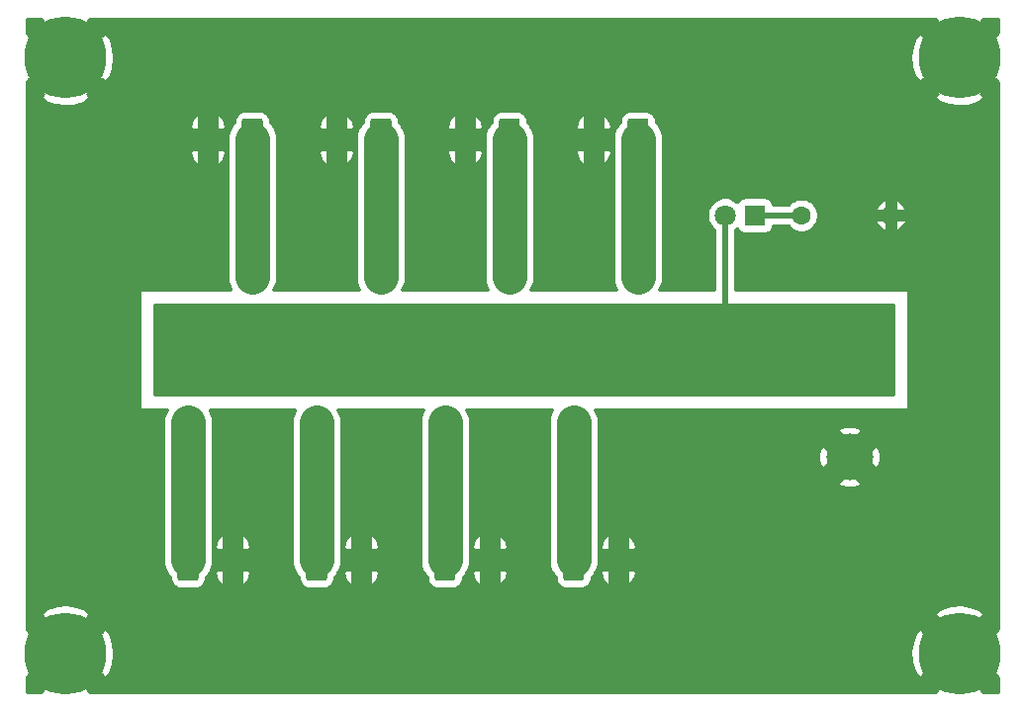
<source format=gbr>
%TF.GenerationSoftware,KiCad,Pcbnew,(5.1.9)-1*%
%TF.CreationDate,2021-03-29T00:07:03-04:00*%
%TF.ProjectId,Power_Distribution,506f7765-725f-4446-9973-747269627574,v1*%
%TF.SameCoordinates,Original*%
%TF.FileFunction,Copper,L2,Bot*%
%TF.FilePolarity,Positive*%
%FSLAX46Y46*%
G04 Gerber Fmt 4.6, Leading zero omitted, Abs format (unit mm)*
G04 Created by KiCad (PCBNEW (5.1.9)-1) date 2021-03-29 00:07:03*
%MOMM*%
%LPD*%
G01*
G04 APERTURE LIST*
%TA.AperFunction,ComponentPad*%
%ADD10C,2.475000*%
%TD*%
%TA.AperFunction,ComponentPad*%
%ADD11O,1.600000X1.600000*%
%TD*%
%TA.AperFunction,ComponentPad*%
%ADD12C,1.600000*%
%TD*%
%TA.AperFunction,ComponentPad*%
%ADD13C,1.800000*%
%TD*%
%TA.AperFunction,ComponentPad*%
%ADD14R,1.800000X1.800000*%
%TD*%
%TA.AperFunction,ComponentPad*%
%ADD15O,1.800000X3.600000*%
%TD*%
%TA.AperFunction,ComponentPad*%
%ADD16C,7.000000*%
%TD*%
%TA.AperFunction,ComponentPad*%
%ADD17C,0.800000*%
%TD*%
%TA.AperFunction,ComponentPad*%
%ADD18C,4.000000*%
%TD*%
%TA.AperFunction,ComponentPad*%
%ADD19R,4.000000X4.000000*%
%TD*%
%TA.AperFunction,Conductor*%
%ADD20C,0.500000*%
%TD*%
%TA.AperFunction,Conductor*%
%ADD21C,3.000000*%
%TD*%
%TA.AperFunction,Conductor*%
%ADD22C,0.254000*%
%TD*%
%TA.AperFunction,Conductor*%
%ADD23C,0.100000*%
%TD*%
G04 APERTURE END LIST*
D10*
%TO.P,F8,2_2*%
%TO.N,Net-(F8-Pad2_1)*%
X140500000Y-91050000D03*
%TO.P,F8,1_1*%
%TO.N,+12V*%
X140500000Y-102950000D03*
%TO.P,F8,2_1*%
%TO.N,Net-(F8-Pad2_1)*%
X140500000Y-94750000D03*
%TO.P,F8,1_2*%
%TO.N,+12V*%
X140500000Y-99250000D03*
%TD*%
%TO.P,F7,2_2*%
%TO.N,Net-(F7-Pad2_1)*%
X135000000Y-110950000D03*
%TO.P,F7,1_1*%
%TO.N,+12V*%
X135000000Y-99050000D03*
%TO.P,F7,2_1*%
%TO.N,Net-(F7-Pad2_1)*%
X135000000Y-107250000D03*
%TO.P,F7,1_2*%
%TO.N,+12V*%
X135000000Y-102750000D03*
%TD*%
%TO.P,F6,2_2*%
%TO.N,Net-(F6-Pad2_1)*%
X129500000Y-91050000D03*
%TO.P,F6,1_1*%
%TO.N,+12V*%
X129500000Y-102950000D03*
%TO.P,F6,2_1*%
%TO.N,Net-(F6-Pad2_1)*%
X129500000Y-94750000D03*
%TO.P,F6,1_2*%
%TO.N,+12V*%
X129500000Y-99250000D03*
%TD*%
%TO.P,F5,2_2*%
%TO.N,Net-(F5-Pad2_1)*%
X124000000Y-110950000D03*
%TO.P,F5,1_1*%
%TO.N,+12V*%
X124000000Y-99050000D03*
%TO.P,F5,2_1*%
%TO.N,Net-(F5-Pad2_1)*%
X124000000Y-107250000D03*
%TO.P,F5,1_2*%
%TO.N,+12V*%
X124000000Y-102750000D03*
%TD*%
%TO.P,F4,2_2*%
%TO.N,Net-(F4-Pad2_1)*%
X118500000Y-91050000D03*
%TO.P,F4,1_1*%
%TO.N,+12V*%
X118500000Y-102950000D03*
%TO.P,F4,2_1*%
%TO.N,Net-(F4-Pad2_1)*%
X118500000Y-94750000D03*
%TO.P,F4,1_2*%
%TO.N,+12V*%
X118500000Y-99250000D03*
%TD*%
%TO.P,F3,2_2*%
%TO.N,Net-(F3-Pad2_1)*%
X113000000Y-110950000D03*
%TO.P,F3,1_1*%
%TO.N,+12V*%
X113000000Y-99050000D03*
%TO.P,F3,2_1*%
%TO.N,Net-(F3-Pad2_1)*%
X113000000Y-107250000D03*
%TO.P,F3,1_2*%
%TO.N,+12V*%
X113000000Y-102750000D03*
%TD*%
%TO.P,F2,2_2*%
%TO.N,Net-(F2-Pad2_1)*%
X107500000Y-91050000D03*
%TO.P,F2,1_1*%
%TO.N,+12V*%
X107500000Y-102950000D03*
%TO.P,F2,2_1*%
%TO.N,Net-(F2-Pad2_1)*%
X107500000Y-94750000D03*
%TO.P,F2,1_2*%
%TO.N,+12V*%
X107500000Y-99250000D03*
%TD*%
%TO.P,F1,2_2*%
%TO.N,Net-(F1-Pad2_1)*%
X102000000Y-110950000D03*
%TO.P,F1,1_1*%
%TO.N,+12V*%
X102000000Y-99050000D03*
%TO.P,F1,2_1*%
%TO.N,Net-(F1-Pad2_1)*%
X102000000Y-107250000D03*
%TO.P,F1,1_2*%
%TO.N,+12V*%
X102000000Y-102750000D03*
%TD*%
D11*
%TO.P,R1,2*%
%TO.N,GND*%
X162120000Y-89500000D03*
D12*
%TO.P,R1,1*%
%TO.N,Net-(D1-Pad1)*%
X154500000Y-89500000D03*
%TD*%
D13*
%TO.P,D1,2*%
%TO.N,+12V*%
X147960000Y-89500000D03*
D14*
%TO.P,D1,1*%
%TO.N,Net-(D1-Pad1)*%
X150500000Y-89500000D03*
%TD*%
D15*
%TO.P,J8,2*%
%TO.N,GND*%
X136690000Y-83000000D03*
%TO.P,J8,1*%
%TO.N,Net-(F8-Pad2_1)*%
%TA.AperFunction,ComponentPad*%
G36*
G01*
X141400000Y-81450000D02*
X141400000Y-84550000D01*
G75*
G02*
X141150000Y-84800000I-250000J0D01*
G01*
X139850000Y-84800000D01*
G75*
G02*
X139600000Y-84550000I0J250000D01*
G01*
X139600000Y-81450000D01*
G75*
G02*
X139850000Y-81200000I250000J0D01*
G01*
X141150000Y-81200000D01*
G75*
G02*
X141400000Y-81450000I0J-250000D01*
G01*
G37*
%TD.AperFunction*%
%TD*%
%TO.P,J7,2*%
%TO.N,GND*%
X138810000Y-119000000D03*
%TO.P,J7,1*%
%TO.N,Net-(F7-Pad2_1)*%
%TA.AperFunction,ComponentPad*%
G36*
G01*
X134100000Y-120550000D02*
X134100000Y-117450000D01*
G75*
G02*
X134350000Y-117200000I250000J0D01*
G01*
X135650000Y-117200000D01*
G75*
G02*
X135900000Y-117450000I0J-250000D01*
G01*
X135900000Y-120550000D01*
G75*
G02*
X135650000Y-120800000I-250000J0D01*
G01*
X134350000Y-120800000D01*
G75*
G02*
X134100000Y-120550000I0J250000D01*
G01*
G37*
%TD.AperFunction*%
%TD*%
%TO.P,J6,2*%
%TO.N,GND*%
X125690000Y-83000000D03*
%TO.P,J6,1*%
%TO.N,Net-(F6-Pad2_1)*%
%TA.AperFunction,ComponentPad*%
G36*
G01*
X130400000Y-81450000D02*
X130400000Y-84550000D01*
G75*
G02*
X130150000Y-84800000I-250000J0D01*
G01*
X128850000Y-84800000D01*
G75*
G02*
X128600000Y-84550000I0J250000D01*
G01*
X128600000Y-81450000D01*
G75*
G02*
X128850000Y-81200000I250000J0D01*
G01*
X130150000Y-81200000D01*
G75*
G02*
X130400000Y-81450000I0J-250000D01*
G01*
G37*
%TD.AperFunction*%
%TD*%
%TO.P,J5,2*%
%TO.N,GND*%
X127810000Y-119000000D03*
%TO.P,J5,1*%
%TO.N,Net-(F5-Pad2_1)*%
%TA.AperFunction,ComponentPad*%
G36*
G01*
X123100000Y-120550000D02*
X123100000Y-117450000D01*
G75*
G02*
X123350000Y-117200000I250000J0D01*
G01*
X124650000Y-117200000D01*
G75*
G02*
X124900000Y-117450000I0J-250000D01*
G01*
X124900000Y-120550000D01*
G75*
G02*
X124650000Y-120800000I-250000J0D01*
G01*
X123350000Y-120800000D01*
G75*
G02*
X123100000Y-120550000I0J250000D01*
G01*
G37*
%TD.AperFunction*%
%TD*%
%TO.P,J4,2*%
%TO.N,GND*%
X114690000Y-83000000D03*
%TO.P,J4,1*%
%TO.N,Net-(F4-Pad2_1)*%
%TA.AperFunction,ComponentPad*%
G36*
G01*
X119400000Y-81450000D02*
X119400000Y-84550000D01*
G75*
G02*
X119150000Y-84800000I-250000J0D01*
G01*
X117850000Y-84800000D01*
G75*
G02*
X117600000Y-84550000I0J250000D01*
G01*
X117600000Y-81450000D01*
G75*
G02*
X117850000Y-81200000I250000J0D01*
G01*
X119150000Y-81200000D01*
G75*
G02*
X119400000Y-81450000I0J-250000D01*
G01*
G37*
%TD.AperFunction*%
%TD*%
%TO.P,J3,2*%
%TO.N,GND*%
X116810000Y-119000000D03*
%TO.P,J3,1*%
%TO.N,Net-(F3-Pad2_1)*%
%TA.AperFunction,ComponentPad*%
G36*
G01*
X112100000Y-120550000D02*
X112100000Y-117450000D01*
G75*
G02*
X112350000Y-117200000I250000J0D01*
G01*
X113650000Y-117200000D01*
G75*
G02*
X113900000Y-117450000I0J-250000D01*
G01*
X113900000Y-120550000D01*
G75*
G02*
X113650000Y-120800000I-250000J0D01*
G01*
X112350000Y-120800000D01*
G75*
G02*
X112100000Y-120550000I0J250000D01*
G01*
G37*
%TD.AperFunction*%
%TD*%
%TO.P,J2,2*%
%TO.N,GND*%
X103690000Y-83000000D03*
%TO.P,J2,1*%
%TO.N,Net-(F2-Pad2_1)*%
%TA.AperFunction,ComponentPad*%
G36*
G01*
X108400000Y-81450000D02*
X108400000Y-84550000D01*
G75*
G02*
X108150000Y-84800000I-250000J0D01*
G01*
X106850000Y-84800000D01*
G75*
G02*
X106600000Y-84550000I0J250000D01*
G01*
X106600000Y-81450000D01*
G75*
G02*
X106850000Y-81200000I250000J0D01*
G01*
X108150000Y-81200000D01*
G75*
G02*
X108400000Y-81450000I0J-250000D01*
G01*
G37*
%TD.AperFunction*%
%TD*%
%TO.P,J1,2*%
%TO.N,GND*%
X105810000Y-119000000D03*
%TO.P,J1,1*%
%TO.N,Net-(F1-Pad2_1)*%
%TA.AperFunction,ComponentPad*%
G36*
G01*
X101100000Y-120550000D02*
X101100000Y-117450000D01*
G75*
G02*
X101350000Y-117200000I250000J0D01*
G01*
X102650000Y-117200000D01*
G75*
G02*
X102900000Y-117450000I0J-250000D01*
G01*
X102900000Y-120550000D01*
G75*
G02*
X102650000Y-120800000I-250000J0D01*
G01*
X101350000Y-120800000D01*
G75*
G02*
X101100000Y-120550000I0J250000D01*
G01*
G37*
%TD.AperFunction*%
%TD*%
D16*
%TO.P,H1,1*%
%TO.N,GND*%
X168000000Y-127000000D03*
D17*
X170625000Y-127000000D03*
X169856155Y-128856155D03*
X168000000Y-129625000D03*
X166143845Y-128856155D03*
X165375000Y-127000000D03*
X166143845Y-125143845D03*
X168000000Y-124375000D03*
X169856155Y-125143845D03*
%TD*%
D18*
%TO.P,TB1,2*%
%TO.N,GND*%
X158600000Y-110200000D03*
D19*
%TO.P,TB1,1*%
%TO.N,+12V*%
X158600000Y-100700000D03*
%TD*%
D16*
%TO.P,H4,1*%
%TO.N,GND*%
X91500000Y-76000000D03*
D17*
X94125000Y-76000000D03*
X93356155Y-77856155D03*
X91500000Y-78625000D03*
X89643845Y-77856155D03*
X88875000Y-76000000D03*
X89643845Y-74143845D03*
X91500000Y-73375000D03*
X93356155Y-74143845D03*
%TD*%
D16*
%TO.P,H3,1*%
%TO.N,GND*%
X91500000Y-127000000D03*
D17*
X94125000Y-127000000D03*
X93356155Y-128856155D03*
X91500000Y-129625000D03*
X89643845Y-128856155D03*
X88875000Y-127000000D03*
X89643845Y-125143845D03*
X91500000Y-124375000D03*
X93356155Y-125143845D03*
%TD*%
D16*
%TO.P,H2,1*%
%TO.N,GND*%
X168000000Y-76000000D03*
D17*
X170625000Y-76000000D03*
X169856155Y-77856155D03*
X168000000Y-78625000D03*
X166143845Y-77856155D03*
X165375000Y-76000000D03*
X166143845Y-74143845D03*
X168000000Y-73375000D03*
X169856155Y-74143845D03*
%TD*%
D20*
%TO.N,+12V*%
X147960000Y-89500000D02*
X147960000Y-98540000D01*
X147250000Y-99250000D02*
X140500000Y-99250000D01*
X147960000Y-98540000D02*
X147250000Y-99250000D01*
D21*
%TO.N,Net-(F1-Pad2_1)*%
X102000000Y-107250000D02*
X102000000Y-119000000D01*
%TO.N,Net-(F2-Pad2_1)*%
X107500000Y-94750000D02*
X107500000Y-83000000D01*
%TO.N,Net-(F3-Pad2_1)*%
X113000000Y-107250000D02*
X113000000Y-119000000D01*
%TO.N,Net-(F4-Pad2_1)*%
X118500000Y-94750000D02*
X118500000Y-83000000D01*
%TO.N,Net-(F5-Pad2_1)*%
X124000000Y-107250000D02*
X124000000Y-119000000D01*
%TO.N,Net-(F6-Pad2_1)*%
X129500000Y-94750000D02*
X129500000Y-83000000D01*
%TO.N,Net-(F7-Pad2_1)*%
X135000000Y-107250000D02*
X135000000Y-119000000D01*
%TO.N,Net-(F8-Pad2_1)*%
X140500000Y-94750000D02*
X140500000Y-83000000D01*
D20*
%TO.N,Net-(D1-Pad1)*%
X154500000Y-89500000D02*
X150500000Y-89500000D01*
%TD*%
D22*
%TO.N,+12V*%
X162373000Y-104873000D02*
X99127000Y-104873000D01*
X99127000Y-97127000D01*
X162373000Y-97127000D01*
X162373000Y-104873000D01*
%TA.AperFunction,Conductor*%
D23*
G36*
X162373000Y-104873000D02*
G01*
X99127000Y-104873000D01*
X99127000Y-97127000D01*
X162373000Y-97127000D01*
X162373000Y-104873000D01*
G37*
%TD.AperFunction*%
%TD*%
D22*
%TO.N,GND*%
X89643844Y-72909236D02*
X89424531Y-73128548D01*
X89410454Y-73130362D01*
X89274842Y-73171500D01*
X89244396Y-73358316D01*
X89643845Y-73757765D01*
X89733648Y-73667963D01*
X90119728Y-74054043D01*
X90029925Y-74143845D01*
X90429374Y-74543294D01*
X90616190Y-74512848D01*
X90655845Y-74366456D01*
X90878455Y-74143847D01*
X91500000Y-74765392D01*
X92121546Y-74143847D01*
X92340858Y-74363159D01*
X92342672Y-74377236D01*
X92383810Y-74512848D01*
X92570626Y-74543294D01*
X92970075Y-74143845D01*
X92880273Y-74054043D01*
X93266353Y-73667963D01*
X93356155Y-73757765D01*
X93755604Y-73358316D01*
X93725158Y-73171500D01*
X93578766Y-73131845D01*
X93356157Y-72909236D01*
X93605392Y-72660000D01*
X165894608Y-72660000D01*
X166143844Y-72909236D01*
X165924531Y-73128548D01*
X165910454Y-73130362D01*
X165774842Y-73171500D01*
X165744396Y-73358316D01*
X166143845Y-73757765D01*
X166233648Y-73667963D01*
X166619728Y-74054043D01*
X166529925Y-74143845D01*
X166929374Y-74543294D01*
X167116190Y-74512848D01*
X167155845Y-74366456D01*
X167378455Y-74143847D01*
X168000000Y-74765392D01*
X168621546Y-74143847D01*
X168840858Y-74363159D01*
X168842672Y-74377236D01*
X168883810Y-74512848D01*
X169070626Y-74543294D01*
X169470075Y-74143845D01*
X169380273Y-74054043D01*
X169766353Y-73667963D01*
X169856155Y-73757765D01*
X170255604Y-73358316D01*
X170225158Y-73171500D01*
X170078766Y-73131845D01*
X169856157Y-72909236D01*
X170105392Y-72660000D01*
X171340000Y-72660000D01*
X171340000Y-73894608D01*
X171090765Y-74143844D01*
X170871452Y-73924531D01*
X170869638Y-73910454D01*
X170828500Y-73774842D01*
X170641684Y-73744396D01*
X170242235Y-74143845D01*
X170332038Y-74233648D01*
X169945958Y-74619728D01*
X169856155Y-74529925D01*
X169456706Y-74929374D01*
X169487152Y-75116190D01*
X169633544Y-75155845D01*
X169856154Y-75378455D01*
X169234608Y-76000000D01*
X169856154Y-76621546D01*
X169636841Y-76840858D01*
X169622764Y-76842672D01*
X169487152Y-76883810D01*
X169456706Y-77070626D01*
X169856155Y-77470075D01*
X169945958Y-77380273D01*
X170332038Y-77766353D01*
X170242235Y-77856155D01*
X170641684Y-78255604D01*
X170828500Y-78225158D01*
X170868155Y-78078766D01*
X171090765Y-77856157D01*
X171340000Y-78105392D01*
X171340001Y-124894607D01*
X171090765Y-125143844D01*
X170871452Y-124924531D01*
X170869638Y-124910454D01*
X170828500Y-124774842D01*
X170641684Y-124744396D01*
X170242235Y-125143845D01*
X170332038Y-125233648D01*
X169945958Y-125619728D01*
X169856155Y-125529925D01*
X169456706Y-125929374D01*
X169487152Y-126116190D01*
X169633544Y-126155845D01*
X169856154Y-126378455D01*
X169234608Y-127000000D01*
X169856154Y-127621546D01*
X169636841Y-127840858D01*
X169622764Y-127842672D01*
X169487152Y-127883810D01*
X169456706Y-128070626D01*
X169856155Y-128470075D01*
X169945958Y-128380273D01*
X170332038Y-128766353D01*
X170242235Y-128856155D01*
X170641684Y-129255604D01*
X170828500Y-129225158D01*
X170868155Y-129078766D01*
X171090765Y-128856157D01*
X171340001Y-129105393D01*
X171340001Y-130340000D01*
X170105392Y-130340000D01*
X169856157Y-130090765D01*
X170075469Y-129871452D01*
X170089546Y-129869638D01*
X170225158Y-129828500D01*
X170255604Y-129641684D01*
X169856155Y-129242235D01*
X169766353Y-129332038D01*
X169380273Y-128945958D01*
X169470075Y-128856155D01*
X169070626Y-128456706D01*
X168883810Y-128487152D01*
X168844155Y-128633544D01*
X168621546Y-128856154D01*
X168000000Y-128234608D01*
X167378455Y-128856154D01*
X167159142Y-128636841D01*
X167157328Y-128622764D01*
X167116190Y-128487152D01*
X166929374Y-128456706D01*
X166529925Y-128856155D01*
X166619728Y-128945958D01*
X166233648Y-129332038D01*
X166143845Y-129242235D01*
X165744396Y-129641684D01*
X165774842Y-129828500D01*
X165921234Y-129868155D01*
X166143844Y-130090765D01*
X165894608Y-130340000D01*
X93605392Y-130340000D01*
X93356157Y-130090765D01*
X93575469Y-129871452D01*
X93589546Y-129869638D01*
X93725158Y-129828500D01*
X93755604Y-129641684D01*
X93356155Y-129242235D01*
X93266353Y-129332038D01*
X92880273Y-128945958D01*
X92970075Y-128856155D01*
X92570626Y-128456706D01*
X92383810Y-128487152D01*
X92344155Y-128633544D01*
X92121546Y-128856154D01*
X91500000Y-128234608D01*
X90878455Y-128856154D01*
X90659142Y-128636841D01*
X90657328Y-128622764D01*
X90616190Y-128487152D01*
X90429374Y-128456706D01*
X90029925Y-128856155D01*
X90119728Y-128945958D01*
X89733648Y-129332038D01*
X89643845Y-129242235D01*
X89244396Y-129641684D01*
X89274842Y-129828500D01*
X89421234Y-129868155D01*
X89643844Y-130090765D01*
X89394608Y-130340000D01*
X88160000Y-130340000D01*
X88160000Y-129105392D01*
X88409236Y-128856157D01*
X88628548Y-129075469D01*
X88630362Y-129089546D01*
X88671500Y-129225158D01*
X88858316Y-129255604D01*
X89257765Y-128856155D01*
X89167963Y-128766353D01*
X89554043Y-128380273D01*
X89643845Y-128470075D01*
X90043294Y-128070626D01*
X90012848Y-127883810D01*
X89866456Y-127844155D01*
X89643847Y-127621546D01*
X90265392Y-127000000D01*
X92734608Y-127000000D01*
X93356154Y-127621546D01*
X93136841Y-127840858D01*
X93122764Y-127842672D01*
X92987152Y-127883810D01*
X92956706Y-128070626D01*
X93356155Y-128470075D01*
X93445958Y-128380273D01*
X93832038Y-128766353D01*
X93742235Y-128856155D01*
X94141684Y-129255604D01*
X94328500Y-129225158D01*
X94368155Y-129078766D01*
X94590765Y-128856157D01*
X94874834Y-129140226D01*
X95299574Y-128681465D01*
X95554603Y-127907896D01*
X95653817Y-127099438D01*
X95639026Y-126900562D01*
X163846183Y-126900562D01*
X163906598Y-127712843D01*
X164124321Y-128497729D01*
X164200426Y-128681465D01*
X164625166Y-129140226D01*
X164909236Y-128856157D01*
X165128548Y-129075469D01*
X165130362Y-129089546D01*
X165171500Y-129225158D01*
X165358316Y-129255604D01*
X165757765Y-128856155D01*
X165667963Y-128766353D01*
X166054043Y-128380273D01*
X166143845Y-128470075D01*
X166543294Y-128070626D01*
X166512848Y-127883810D01*
X166366456Y-127844155D01*
X166143847Y-127621546D01*
X166765392Y-127000000D01*
X166143847Y-126378455D01*
X166363159Y-126159142D01*
X166377236Y-126157328D01*
X166512848Y-126116190D01*
X166543294Y-125929374D01*
X166143845Y-125529925D01*
X166054043Y-125619728D01*
X165667963Y-125233648D01*
X165757765Y-125143845D01*
X165358316Y-124744396D01*
X165171500Y-124774842D01*
X165131845Y-124921234D01*
X164909236Y-125143844D01*
X164625166Y-124859774D01*
X164200426Y-125318535D01*
X163945397Y-126092104D01*
X163846183Y-126900562D01*
X95639026Y-126900562D01*
X95593402Y-126287157D01*
X95375679Y-125502271D01*
X95299574Y-125318535D01*
X94874834Y-124859774D01*
X94590765Y-125143844D01*
X94371452Y-124924531D01*
X94369638Y-124910454D01*
X94328500Y-124774842D01*
X94141684Y-124744396D01*
X93742235Y-125143845D01*
X93832038Y-125233648D01*
X93445958Y-125619728D01*
X93356155Y-125529925D01*
X92956706Y-125929374D01*
X92987152Y-126116190D01*
X93133544Y-126155845D01*
X93356154Y-126378455D01*
X92734608Y-127000000D01*
X90265392Y-127000000D01*
X89643847Y-126378455D01*
X89863159Y-126159142D01*
X89877236Y-126157328D01*
X90012848Y-126116190D01*
X90043294Y-125929374D01*
X89643845Y-125529925D01*
X89554043Y-125619728D01*
X89167963Y-125233648D01*
X89257765Y-125143845D01*
X88858316Y-124744396D01*
X88671500Y-124774842D01*
X88631845Y-124921234D01*
X88409236Y-125143844D01*
X88160000Y-124894608D01*
X88160000Y-124358316D01*
X89244396Y-124358316D01*
X89643845Y-124757765D01*
X89733648Y-124667963D01*
X90119728Y-125054043D01*
X90029925Y-125143845D01*
X90429374Y-125543294D01*
X90616190Y-125512848D01*
X90655845Y-125366456D01*
X90878455Y-125143847D01*
X91500000Y-125765392D01*
X92121546Y-125143847D01*
X92340858Y-125363159D01*
X92342672Y-125377236D01*
X92383810Y-125512848D01*
X92570626Y-125543294D01*
X92970075Y-125143845D01*
X92880273Y-125054043D01*
X93266353Y-124667963D01*
X93356155Y-124757765D01*
X93755604Y-124358316D01*
X165744396Y-124358316D01*
X166143845Y-124757765D01*
X166233648Y-124667963D01*
X166619728Y-125054043D01*
X166529925Y-125143845D01*
X166929374Y-125543294D01*
X167116190Y-125512848D01*
X167155845Y-125366456D01*
X167378455Y-125143847D01*
X168000000Y-125765392D01*
X168621546Y-125143847D01*
X168840858Y-125363159D01*
X168842672Y-125377236D01*
X168883810Y-125512848D01*
X169070626Y-125543294D01*
X169470075Y-125143845D01*
X169380273Y-125054043D01*
X169766353Y-124667963D01*
X169856155Y-124757765D01*
X170255604Y-124358316D01*
X170225158Y-124171500D01*
X170078766Y-124131845D01*
X169856157Y-123909236D01*
X170140226Y-123625166D01*
X169681465Y-123200426D01*
X168907896Y-122945397D01*
X168099438Y-122846183D01*
X167287157Y-122906598D01*
X166502271Y-123124321D01*
X166318535Y-123200426D01*
X165859774Y-123625166D01*
X166143844Y-123909236D01*
X165924531Y-124128548D01*
X165910454Y-124130362D01*
X165774842Y-124171500D01*
X165744396Y-124358316D01*
X93755604Y-124358316D01*
X93725158Y-124171500D01*
X93578766Y-124131845D01*
X93356157Y-123909236D01*
X93640226Y-123625166D01*
X93181465Y-123200426D01*
X92407896Y-122945397D01*
X91599438Y-122846183D01*
X90787157Y-122906598D01*
X90002271Y-123124321D01*
X89818535Y-123200426D01*
X89359774Y-123625166D01*
X89643844Y-123909236D01*
X89424531Y-124128548D01*
X89410454Y-124130362D01*
X89274842Y-124171500D01*
X89244396Y-124358316D01*
X88160000Y-124358316D01*
X88160000Y-96000000D01*
X97873000Y-96000000D01*
X97873000Y-106000000D01*
X97875440Y-106024776D01*
X97882667Y-106048601D01*
X97894403Y-106070557D01*
X97910197Y-106089803D01*
X97929443Y-106105597D01*
X97951399Y-106117333D01*
X97975224Y-106124560D01*
X98000000Y-106127000D01*
X100179406Y-106127000D01*
X100017974Y-106429019D01*
X99895892Y-106831468D01*
X99865000Y-107145119D01*
X99865001Y-119104882D01*
X99895893Y-119418533D01*
X100017975Y-119820982D01*
X100216224Y-120191881D01*
X100461928Y-120491272D01*
X100461928Y-120550000D01*
X100478992Y-120723254D01*
X100529528Y-120889850D01*
X100611595Y-121043386D01*
X100722038Y-121177962D01*
X100856614Y-121288405D01*
X101010150Y-121370472D01*
X101176746Y-121421008D01*
X101350000Y-121438072D01*
X102650000Y-121438072D01*
X102823254Y-121421008D01*
X102989850Y-121370472D01*
X103143386Y-121288405D01*
X103277962Y-121177962D01*
X103388405Y-121043386D01*
X103470472Y-120889850D01*
X103521008Y-120723254D01*
X103538072Y-120550000D01*
X103538072Y-120491273D01*
X103783777Y-120191881D01*
X103825053Y-120114657D01*
X104282111Y-120114657D01*
X104353346Y-120408609D01*
X104480560Y-120683015D01*
X104658863Y-120927330D01*
X104839060Y-121088907D01*
X105037000Y-121038655D01*
X105037000Y-119873000D01*
X106583000Y-119873000D01*
X106583000Y-121038655D01*
X106780940Y-121088907D01*
X106961137Y-120927330D01*
X107139440Y-120683015D01*
X107266654Y-120408609D01*
X107337889Y-120114657D01*
X107193908Y-119873000D01*
X106583000Y-119873000D01*
X105037000Y-119873000D01*
X104426092Y-119873000D01*
X104282111Y-120114657D01*
X103825053Y-120114657D01*
X103982026Y-119820982D01*
X104104108Y-119418533D01*
X104135000Y-119104882D01*
X104135000Y-117885343D01*
X104282111Y-117885343D01*
X104426092Y-118127000D01*
X105037000Y-118127000D01*
X105037000Y-116961345D01*
X106583000Y-116961345D01*
X106583000Y-118127000D01*
X107193908Y-118127000D01*
X107337889Y-117885343D01*
X107266654Y-117591391D01*
X107139440Y-117316985D01*
X106961137Y-117072670D01*
X106780940Y-116911093D01*
X106583000Y-116961345D01*
X105037000Y-116961345D01*
X104839060Y-116911093D01*
X104658863Y-117072670D01*
X104480560Y-117316985D01*
X104353346Y-117591391D01*
X104282111Y-117885343D01*
X104135000Y-117885343D01*
X104135000Y-107145118D01*
X104104108Y-106831467D01*
X103982026Y-106429018D01*
X103820595Y-106127000D01*
X111179406Y-106127000D01*
X111017974Y-106429019D01*
X110895892Y-106831468D01*
X110865000Y-107145119D01*
X110865001Y-119104882D01*
X110895893Y-119418533D01*
X111017975Y-119820982D01*
X111216224Y-120191881D01*
X111461928Y-120491272D01*
X111461928Y-120550000D01*
X111478992Y-120723254D01*
X111529528Y-120889850D01*
X111611595Y-121043386D01*
X111722038Y-121177962D01*
X111856614Y-121288405D01*
X112010150Y-121370472D01*
X112176746Y-121421008D01*
X112350000Y-121438072D01*
X113650000Y-121438072D01*
X113823254Y-121421008D01*
X113989850Y-121370472D01*
X114143386Y-121288405D01*
X114277962Y-121177962D01*
X114388405Y-121043386D01*
X114470472Y-120889850D01*
X114521008Y-120723254D01*
X114538072Y-120550000D01*
X114538072Y-120491273D01*
X114783777Y-120191881D01*
X114825053Y-120114657D01*
X115282111Y-120114657D01*
X115353346Y-120408609D01*
X115480560Y-120683015D01*
X115658863Y-120927330D01*
X115839060Y-121088907D01*
X116037000Y-121038655D01*
X116037000Y-119873000D01*
X117583000Y-119873000D01*
X117583000Y-121038655D01*
X117780940Y-121088907D01*
X117961137Y-120927330D01*
X118139440Y-120683015D01*
X118266654Y-120408609D01*
X118337889Y-120114657D01*
X118193908Y-119873000D01*
X117583000Y-119873000D01*
X116037000Y-119873000D01*
X115426092Y-119873000D01*
X115282111Y-120114657D01*
X114825053Y-120114657D01*
X114982026Y-119820982D01*
X115104108Y-119418533D01*
X115135000Y-119104882D01*
X115135000Y-117885343D01*
X115282111Y-117885343D01*
X115426092Y-118127000D01*
X116037000Y-118127000D01*
X116037000Y-116961345D01*
X117583000Y-116961345D01*
X117583000Y-118127000D01*
X118193908Y-118127000D01*
X118337889Y-117885343D01*
X118266654Y-117591391D01*
X118139440Y-117316985D01*
X117961137Y-117072670D01*
X117780940Y-116911093D01*
X117583000Y-116961345D01*
X116037000Y-116961345D01*
X115839060Y-116911093D01*
X115658863Y-117072670D01*
X115480560Y-117316985D01*
X115353346Y-117591391D01*
X115282111Y-117885343D01*
X115135000Y-117885343D01*
X115135000Y-107145118D01*
X115104108Y-106831467D01*
X114982026Y-106429018D01*
X114820595Y-106127000D01*
X122179406Y-106127000D01*
X122017974Y-106429019D01*
X121895892Y-106831468D01*
X121865000Y-107145119D01*
X121865001Y-119104882D01*
X121895893Y-119418533D01*
X122017975Y-119820982D01*
X122216224Y-120191881D01*
X122461928Y-120491272D01*
X122461928Y-120550000D01*
X122478992Y-120723254D01*
X122529528Y-120889850D01*
X122611595Y-121043386D01*
X122722038Y-121177962D01*
X122856614Y-121288405D01*
X123010150Y-121370472D01*
X123176746Y-121421008D01*
X123350000Y-121438072D01*
X124650000Y-121438072D01*
X124823254Y-121421008D01*
X124989850Y-121370472D01*
X125143386Y-121288405D01*
X125277962Y-121177962D01*
X125388405Y-121043386D01*
X125470472Y-120889850D01*
X125521008Y-120723254D01*
X125538072Y-120550000D01*
X125538072Y-120491273D01*
X125783777Y-120191881D01*
X125825053Y-120114657D01*
X126282111Y-120114657D01*
X126353346Y-120408609D01*
X126480560Y-120683015D01*
X126658863Y-120927330D01*
X126839060Y-121088907D01*
X127037000Y-121038655D01*
X127037000Y-119873000D01*
X128583000Y-119873000D01*
X128583000Y-121038655D01*
X128780940Y-121088907D01*
X128961137Y-120927330D01*
X129139440Y-120683015D01*
X129266654Y-120408609D01*
X129337889Y-120114657D01*
X129193908Y-119873000D01*
X128583000Y-119873000D01*
X127037000Y-119873000D01*
X126426092Y-119873000D01*
X126282111Y-120114657D01*
X125825053Y-120114657D01*
X125982026Y-119820982D01*
X126104108Y-119418533D01*
X126135000Y-119104882D01*
X126135000Y-117885343D01*
X126282111Y-117885343D01*
X126426092Y-118127000D01*
X127037000Y-118127000D01*
X127037000Y-116961345D01*
X128583000Y-116961345D01*
X128583000Y-118127000D01*
X129193908Y-118127000D01*
X129337889Y-117885343D01*
X129266654Y-117591391D01*
X129139440Y-117316985D01*
X128961137Y-117072670D01*
X128780940Y-116911093D01*
X128583000Y-116961345D01*
X127037000Y-116961345D01*
X126839060Y-116911093D01*
X126658863Y-117072670D01*
X126480560Y-117316985D01*
X126353346Y-117591391D01*
X126282111Y-117885343D01*
X126135000Y-117885343D01*
X126135000Y-107145118D01*
X126104108Y-106831467D01*
X125982026Y-106429018D01*
X125820595Y-106127000D01*
X133179406Y-106127000D01*
X133017974Y-106429019D01*
X132895892Y-106831468D01*
X132865000Y-107145119D01*
X132865001Y-119104882D01*
X132895893Y-119418533D01*
X133017975Y-119820982D01*
X133216224Y-120191881D01*
X133461928Y-120491272D01*
X133461928Y-120550000D01*
X133478992Y-120723254D01*
X133529528Y-120889850D01*
X133611595Y-121043386D01*
X133722038Y-121177962D01*
X133856614Y-121288405D01*
X134010150Y-121370472D01*
X134176746Y-121421008D01*
X134350000Y-121438072D01*
X135650000Y-121438072D01*
X135823254Y-121421008D01*
X135989850Y-121370472D01*
X136143386Y-121288405D01*
X136277962Y-121177962D01*
X136388405Y-121043386D01*
X136470472Y-120889850D01*
X136521008Y-120723254D01*
X136538072Y-120550000D01*
X136538072Y-120491273D01*
X136783777Y-120191881D01*
X136825053Y-120114657D01*
X137282111Y-120114657D01*
X137353346Y-120408609D01*
X137480560Y-120683015D01*
X137658863Y-120927330D01*
X137839060Y-121088907D01*
X138037000Y-121038655D01*
X138037000Y-119873000D01*
X139583000Y-119873000D01*
X139583000Y-121038655D01*
X139780940Y-121088907D01*
X139961137Y-120927330D01*
X140139440Y-120683015D01*
X140266654Y-120408609D01*
X140337889Y-120114657D01*
X140193908Y-119873000D01*
X139583000Y-119873000D01*
X138037000Y-119873000D01*
X137426092Y-119873000D01*
X137282111Y-120114657D01*
X136825053Y-120114657D01*
X136982026Y-119820982D01*
X137104108Y-119418533D01*
X137135000Y-119104882D01*
X137135000Y-117885343D01*
X137282111Y-117885343D01*
X137426092Y-118127000D01*
X138037000Y-118127000D01*
X138037000Y-116961345D01*
X139583000Y-116961345D01*
X139583000Y-118127000D01*
X140193908Y-118127000D01*
X140337889Y-117885343D01*
X140266654Y-117591391D01*
X140139440Y-117316985D01*
X139961137Y-117072670D01*
X139780940Y-116911093D01*
X139583000Y-116961345D01*
X138037000Y-116961345D01*
X137839060Y-116911093D01*
X137658863Y-117072670D01*
X137480560Y-117316985D01*
X137353346Y-117591391D01*
X137282111Y-117885343D01*
X137135000Y-117885343D01*
X137135000Y-112465484D01*
X157569125Y-112465484D01*
X157836991Y-112735428D01*
X158346290Y-112835567D01*
X158865339Y-112834421D01*
X159363009Y-112735428D01*
X159630875Y-112465484D01*
X158600000Y-111434608D01*
X157569125Y-112465484D01*
X137135000Y-112465484D01*
X137135000Y-109946290D01*
X155964433Y-109946290D01*
X155965579Y-110465339D01*
X156064572Y-110963009D01*
X156334516Y-111230875D01*
X157365392Y-110200000D01*
X159834608Y-110200000D01*
X160865484Y-111230875D01*
X161135428Y-110963009D01*
X161235567Y-110453710D01*
X161234421Y-109934661D01*
X161135428Y-109436991D01*
X160865484Y-109169125D01*
X159834608Y-110200000D01*
X157365392Y-110200000D01*
X156334516Y-109169125D01*
X156064572Y-109436991D01*
X155964433Y-109946290D01*
X137135000Y-109946290D01*
X137135000Y-107934516D01*
X157569125Y-107934516D01*
X158600000Y-108965392D01*
X159630875Y-107934516D01*
X159363009Y-107664572D01*
X158853710Y-107564433D01*
X158334661Y-107565579D01*
X157836991Y-107664572D01*
X157569125Y-107934516D01*
X137135000Y-107934516D01*
X137135000Y-107145118D01*
X137104108Y-106831467D01*
X136982026Y-106429018D01*
X136820595Y-106127000D01*
X163500000Y-106127000D01*
X163524776Y-106124560D01*
X163548601Y-106117333D01*
X163570557Y-106105597D01*
X163589803Y-106089803D01*
X163605597Y-106070557D01*
X163617333Y-106048601D01*
X163624560Y-106024776D01*
X163627000Y-106000000D01*
X163627000Y-96000000D01*
X163624560Y-95975224D01*
X163617333Y-95951399D01*
X163605597Y-95929443D01*
X163589803Y-95910197D01*
X163570557Y-95894403D01*
X163548601Y-95882667D01*
X163524776Y-95875440D01*
X163500000Y-95873000D01*
X148845000Y-95873000D01*
X148845000Y-90754790D01*
X148938505Y-90692312D01*
X149004944Y-90625873D01*
X149010498Y-90644180D01*
X149069463Y-90754494D01*
X149148815Y-90851185D01*
X149245506Y-90930537D01*
X149355820Y-90989502D01*
X149475518Y-91025812D01*
X149600000Y-91038072D01*
X151400000Y-91038072D01*
X151524482Y-91025812D01*
X151644180Y-90989502D01*
X151754494Y-90930537D01*
X151851185Y-90851185D01*
X151930537Y-90754494D01*
X151989502Y-90644180D01*
X152025812Y-90524482D01*
X152038072Y-90400000D01*
X152038072Y-90385000D01*
X153365479Y-90385000D01*
X153385363Y-90414759D01*
X153585241Y-90614637D01*
X153820273Y-90771680D01*
X154081426Y-90879853D01*
X154358665Y-90935000D01*
X154641335Y-90935000D01*
X154918574Y-90879853D01*
X155179727Y-90771680D01*
X155414759Y-90614637D01*
X155614637Y-90414759D01*
X155771680Y-90179727D01*
X155810844Y-90085175D01*
X160809735Y-90085175D01*
X160905490Y-90264351D01*
X161077944Y-90486603D01*
X161290444Y-90670941D01*
X161534823Y-90810280D01*
X161747000Y-90726940D01*
X161747000Y-89873000D01*
X162493000Y-89873000D01*
X162493000Y-90726940D01*
X162705177Y-90810280D01*
X162949556Y-90670941D01*
X163162056Y-90486603D01*
X163334510Y-90264351D01*
X163430265Y-90085175D01*
X163340527Y-89873000D01*
X162493000Y-89873000D01*
X161747000Y-89873000D01*
X160899473Y-89873000D01*
X160809735Y-90085175D01*
X155810844Y-90085175D01*
X155879853Y-89918574D01*
X155935000Y-89641335D01*
X155935000Y-89358665D01*
X155879853Y-89081426D01*
X155810845Y-88914825D01*
X160809735Y-88914825D01*
X160899473Y-89127000D01*
X161747000Y-89127000D01*
X161747000Y-88273060D01*
X162493000Y-88273060D01*
X162493000Y-89127000D01*
X163340527Y-89127000D01*
X163430265Y-88914825D01*
X163334510Y-88735649D01*
X163162056Y-88513397D01*
X162949556Y-88329059D01*
X162705177Y-88189720D01*
X162493000Y-88273060D01*
X161747000Y-88273060D01*
X161534823Y-88189720D01*
X161290444Y-88329059D01*
X161077944Y-88513397D01*
X160905490Y-88735649D01*
X160809735Y-88914825D01*
X155810845Y-88914825D01*
X155771680Y-88820273D01*
X155614637Y-88585241D01*
X155414759Y-88385363D01*
X155179727Y-88228320D01*
X154918574Y-88120147D01*
X154641335Y-88065000D01*
X154358665Y-88065000D01*
X154081426Y-88120147D01*
X153820273Y-88228320D01*
X153585241Y-88385363D01*
X153385363Y-88585241D01*
X153365479Y-88615000D01*
X152038072Y-88615000D01*
X152038072Y-88600000D01*
X152025812Y-88475518D01*
X151989502Y-88355820D01*
X151930537Y-88245506D01*
X151851185Y-88148815D01*
X151754494Y-88069463D01*
X151644180Y-88010498D01*
X151524482Y-87974188D01*
X151400000Y-87961928D01*
X149600000Y-87961928D01*
X149475518Y-87974188D01*
X149355820Y-88010498D01*
X149245506Y-88069463D01*
X149148815Y-88148815D01*
X149069463Y-88245506D01*
X149010498Y-88355820D01*
X149004944Y-88374127D01*
X148938505Y-88307688D01*
X148687095Y-88139701D01*
X148407743Y-88023989D01*
X148111184Y-87965000D01*
X147808816Y-87965000D01*
X147512257Y-88023989D01*
X147232905Y-88139701D01*
X146981495Y-88307688D01*
X146767688Y-88521495D01*
X146599701Y-88772905D01*
X146483989Y-89052257D01*
X146425000Y-89348816D01*
X146425000Y-89651184D01*
X146483989Y-89947743D01*
X146599701Y-90227095D01*
X146767688Y-90478505D01*
X146981495Y-90692312D01*
X147075000Y-90754790D01*
X147075001Y-95873000D01*
X142320595Y-95873000D01*
X142482026Y-95570982D01*
X142604108Y-95168533D01*
X142635000Y-94854882D01*
X142635000Y-82895118D01*
X142604108Y-82581467D01*
X142482026Y-82179018D01*
X142283777Y-81808119D01*
X142038072Y-81508727D01*
X142038072Y-81450000D01*
X142021008Y-81276746D01*
X141970472Y-81110150D01*
X141888405Y-80956614D01*
X141777962Y-80822038D01*
X141643386Y-80711595D01*
X141489850Y-80629528D01*
X141323254Y-80578992D01*
X141150000Y-80561928D01*
X139850000Y-80561928D01*
X139676746Y-80578992D01*
X139510150Y-80629528D01*
X139356614Y-80711595D01*
X139222038Y-80822038D01*
X139111595Y-80956614D01*
X139029528Y-81110150D01*
X138978992Y-81276746D01*
X138961928Y-81450000D01*
X138961928Y-81508728D01*
X138716224Y-81808119D01*
X138517975Y-82179018D01*
X138395893Y-82581467D01*
X138365001Y-82895118D01*
X138365000Y-94854881D01*
X138395892Y-95168532D01*
X138517974Y-95570981D01*
X138679406Y-95873000D01*
X131320595Y-95873000D01*
X131482026Y-95570982D01*
X131604108Y-95168533D01*
X131635000Y-94854882D01*
X131635000Y-84114657D01*
X135162111Y-84114657D01*
X135233346Y-84408609D01*
X135360560Y-84683015D01*
X135538863Y-84927330D01*
X135719060Y-85088907D01*
X135917000Y-85038655D01*
X135917000Y-83873000D01*
X137463000Y-83873000D01*
X137463000Y-85038655D01*
X137660940Y-85088907D01*
X137841137Y-84927330D01*
X138019440Y-84683015D01*
X138146654Y-84408609D01*
X138217889Y-84114657D01*
X138073908Y-83873000D01*
X137463000Y-83873000D01*
X135917000Y-83873000D01*
X135306092Y-83873000D01*
X135162111Y-84114657D01*
X131635000Y-84114657D01*
X131635000Y-82895118D01*
X131604108Y-82581467D01*
X131482026Y-82179018D01*
X131325054Y-81885343D01*
X135162111Y-81885343D01*
X135306092Y-82127000D01*
X135917000Y-82127000D01*
X135917000Y-80961345D01*
X137463000Y-80961345D01*
X137463000Y-82127000D01*
X138073908Y-82127000D01*
X138217889Y-81885343D01*
X138146654Y-81591391D01*
X138019440Y-81316985D01*
X137841137Y-81072670D01*
X137660940Y-80911093D01*
X137463000Y-80961345D01*
X135917000Y-80961345D01*
X135719060Y-80911093D01*
X135538863Y-81072670D01*
X135360560Y-81316985D01*
X135233346Y-81591391D01*
X135162111Y-81885343D01*
X131325054Y-81885343D01*
X131283777Y-81808119D01*
X131038072Y-81508727D01*
X131038072Y-81450000D01*
X131021008Y-81276746D01*
X130970472Y-81110150D01*
X130888405Y-80956614D01*
X130777962Y-80822038D01*
X130643386Y-80711595D01*
X130489850Y-80629528D01*
X130323254Y-80578992D01*
X130150000Y-80561928D01*
X128850000Y-80561928D01*
X128676746Y-80578992D01*
X128510150Y-80629528D01*
X128356614Y-80711595D01*
X128222038Y-80822038D01*
X128111595Y-80956614D01*
X128029528Y-81110150D01*
X127978992Y-81276746D01*
X127961928Y-81450000D01*
X127961928Y-81508728D01*
X127716224Y-81808119D01*
X127517975Y-82179018D01*
X127395893Y-82581467D01*
X127365001Y-82895118D01*
X127365000Y-94854881D01*
X127395892Y-95168532D01*
X127517974Y-95570981D01*
X127679406Y-95873000D01*
X120320595Y-95873000D01*
X120482026Y-95570982D01*
X120604108Y-95168533D01*
X120635000Y-94854882D01*
X120635000Y-84114657D01*
X124162111Y-84114657D01*
X124233346Y-84408609D01*
X124360560Y-84683015D01*
X124538863Y-84927330D01*
X124719060Y-85088907D01*
X124917000Y-85038655D01*
X124917000Y-83873000D01*
X126463000Y-83873000D01*
X126463000Y-85038655D01*
X126660940Y-85088907D01*
X126841137Y-84927330D01*
X127019440Y-84683015D01*
X127146654Y-84408609D01*
X127217889Y-84114657D01*
X127073908Y-83873000D01*
X126463000Y-83873000D01*
X124917000Y-83873000D01*
X124306092Y-83873000D01*
X124162111Y-84114657D01*
X120635000Y-84114657D01*
X120635000Y-82895118D01*
X120604108Y-82581467D01*
X120482026Y-82179018D01*
X120325054Y-81885343D01*
X124162111Y-81885343D01*
X124306092Y-82127000D01*
X124917000Y-82127000D01*
X124917000Y-80961345D01*
X126463000Y-80961345D01*
X126463000Y-82127000D01*
X127073908Y-82127000D01*
X127217889Y-81885343D01*
X127146654Y-81591391D01*
X127019440Y-81316985D01*
X126841137Y-81072670D01*
X126660940Y-80911093D01*
X126463000Y-80961345D01*
X124917000Y-80961345D01*
X124719060Y-80911093D01*
X124538863Y-81072670D01*
X124360560Y-81316985D01*
X124233346Y-81591391D01*
X124162111Y-81885343D01*
X120325054Y-81885343D01*
X120283777Y-81808119D01*
X120038072Y-81508727D01*
X120038072Y-81450000D01*
X120021008Y-81276746D01*
X119970472Y-81110150D01*
X119888405Y-80956614D01*
X119777962Y-80822038D01*
X119643386Y-80711595D01*
X119489850Y-80629528D01*
X119323254Y-80578992D01*
X119150000Y-80561928D01*
X117850000Y-80561928D01*
X117676746Y-80578992D01*
X117510150Y-80629528D01*
X117356614Y-80711595D01*
X117222038Y-80822038D01*
X117111595Y-80956614D01*
X117029528Y-81110150D01*
X116978992Y-81276746D01*
X116961928Y-81450000D01*
X116961928Y-81508728D01*
X116716224Y-81808119D01*
X116517975Y-82179018D01*
X116395893Y-82581467D01*
X116365001Y-82895118D01*
X116365000Y-94854881D01*
X116395892Y-95168532D01*
X116517974Y-95570981D01*
X116679406Y-95873000D01*
X109320595Y-95873000D01*
X109482026Y-95570982D01*
X109604108Y-95168533D01*
X109635000Y-94854882D01*
X109635000Y-84114657D01*
X113162111Y-84114657D01*
X113233346Y-84408609D01*
X113360560Y-84683015D01*
X113538863Y-84927330D01*
X113719060Y-85088907D01*
X113917000Y-85038655D01*
X113917000Y-83873000D01*
X115463000Y-83873000D01*
X115463000Y-85038655D01*
X115660940Y-85088907D01*
X115841137Y-84927330D01*
X116019440Y-84683015D01*
X116146654Y-84408609D01*
X116217889Y-84114657D01*
X116073908Y-83873000D01*
X115463000Y-83873000D01*
X113917000Y-83873000D01*
X113306092Y-83873000D01*
X113162111Y-84114657D01*
X109635000Y-84114657D01*
X109635000Y-82895118D01*
X109604108Y-82581467D01*
X109482026Y-82179018D01*
X109325054Y-81885343D01*
X113162111Y-81885343D01*
X113306092Y-82127000D01*
X113917000Y-82127000D01*
X113917000Y-80961345D01*
X115463000Y-80961345D01*
X115463000Y-82127000D01*
X116073908Y-82127000D01*
X116217889Y-81885343D01*
X116146654Y-81591391D01*
X116019440Y-81316985D01*
X115841137Y-81072670D01*
X115660940Y-80911093D01*
X115463000Y-80961345D01*
X113917000Y-80961345D01*
X113719060Y-80911093D01*
X113538863Y-81072670D01*
X113360560Y-81316985D01*
X113233346Y-81591391D01*
X113162111Y-81885343D01*
X109325054Y-81885343D01*
X109283777Y-81808119D01*
X109038072Y-81508727D01*
X109038072Y-81450000D01*
X109021008Y-81276746D01*
X108970472Y-81110150D01*
X108888405Y-80956614D01*
X108777962Y-80822038D01*
X108643386Y-80711595D01*
X108489850Y-80629528D01*
X108323254Y-80578992D01*
X108150000Y-80561928D01*
X106850000Y-80561928D01*
X106676746Y-80578992D01*
X106510150Y-80629528D01*
X106356614Y-80711595D01*
X106222038Y-80822038D01*
X106111595Y-80956614D01*
X106029528Y-81110150D01*
X105978992Y-81276746D01*
X105961928Y-81450000D01*
X105961928Y-81508728D01*
X105716224Y-81808119D01*
X105517975Y-82179018D01*
X105395893Y-82581467D01*
X105365001Y-82895118D01*
X105365000Y-94854881D01*
X105395892Y-95168532D01*
X105517974Y-95570981D01*
X105679406Y-95873000D01*
X98000000Y-95873000D01*
X97975224Y-95875440D01*
X97951399Y-95882667D01*
X97929443Y-95894403D01*
X97910197Y-95910197D01*
X97894403Y-95929443D01*
X97882667Y-95951399D01*
X97875440Y-95975224D01*
X97873000Y-96000000D01*
X88160000Y-96000000D01*
X88160000Y-84114657D01*
X102162111Y-84114657D01*
X102233346Y-84408609D01*
X102360560Y-84683015D01*
X102538863Y-84927330D01*
X102719060Y-85088907D01*
X102917000Y-85038655D01*
X102917000Y-83873000D01*
X104463000Y-83873000D01*
X104463000Y-85038655D01*
X104660940Y-85088907D01*
X104841137Y-84927330D01*
X105019440Y-84683015D01*
X105146654Y-84408609D01*
X105217889Y-84114657D01*
X105073908Y-83873000D01*
X104463000Y-83873000D01*
X102917000Y-83873000D01*
X102306092Y-83873000D01*
X102162111Y-84114657D01*
X88160000Y-84114657D01*
X88160000Y-81885343D01*
X102162111Y-81885343D01*
X102306092Y-82127000D01*
X102917000Y-82127000D01*
X102917000Y-80961345D01*
X104463000Y-80961345D01*
X104463000Y-82127000D01*
X105073908Y-82127000D01*
X105217889Y-81885343D01*
X105146654Y-81591391D01*
X105019440Y-81316985D01*
X104841137Y-81072670D01*
X104660940Y-80911093D01*
X104463000Y-80961345D01*
X102917000Y-80961345D01*
X102719060Y-80911093D01*
X102538863Y-81072670D01*
X102360560Y-81316985D01*
X102233346Y-81591391D01*
X102162111Y-81885343D01*
X88160000Y-81885343D01*
X88160000Y-78641684D01*
X89244396Y-78641684D01*
X89274842Y-78828500D01*
X89421234Y-78868155D01*
X89643844Y-79090765D01*
X89359774Y-79374834D01*
X89818535Y-79799574D01*
X90592104Y-80054603D01*
X91400562Y-80153817D01*
X92212843Y-80093402D01*
X92997729Y-79875679D01*
X93181465Y-79799574D01*
X93640226Y-79374834D01*
X93356157Y-79090765D01*
X93575469Y-78871452D01*
X93589546Y-78869638D01*
X93725158Y-78828500D01*
X93755604Y-78641684D01*
X165744396Y-78641684D01*
X165774842Y-78828500D01*
X165921234Y-78868155D01*
X166143844Y-79090765D01*
X165859774Y-79374834D01*
X166318535Y-79799574D01*
X167092104Y-80054603D01*
X167900562Y-80153817D01*
X168712843Y-80093402D01*
X169497729Y-79875679D01*
X169681465Y-79799574D01*
X170140226Y-79374834D01*
X169856157Y-79090765D01*
X170075469Y-78871452D01*
X170089546Y-78869638D01*
X170225158Y-78828500D01*
X170255604Y-78641684D01*
X169856155Y-78242235D01*
X169766353Y-78332038D01*
X169380273Y-77945958D01*
X169470075Y-77856155D01*
X169070626Y-77456706D01*
X168883810Y-77487152D01*
X168844155Y-77633544D01*
X168621546Y-77856154D01*
X168000000Y-77234608D01*
X167378455Y-77856154D01*
X167159142Y-77636841D01*
X167157328Y-77622764D01*
X167116190Y-77487152D01*
X166929374Y-77456706D01*
X166529925Y-77856155D01*
X166619728Y-77945958D01*
X166233648Y-78332038D01*
X166143845Y-78242235D01*
X165744396Y-78641684D01*
X93755604Y-78641684D01*
X93356155Y-78242235D01*
X93266353Y-78332038D01*
X92880273Y-77945958D01*
X92970075Y-77856155D01*
X92570626Y-77456706D01*
X92383810Y-77487152D01*
X92344155Y-77633544D01*
X92121546Y-77856154D01*
X91500000Y-77234608D01*
X90878455Y-77856154D01*
X90659142Y-77636841D01*
X90657328Y-77622764D01*
X90616190Y-77487152D01*
X90429374Y-77456706D01*
X90029925Y-77856155D01*
X90119728Y-77945958D01*
X89733648Y-78332038D01*
X89643845Y-78242235D01*
X89244396Y-78641684D01*
X88160000Y-78641684D01*
X88160000Y-78105392D01*
X88409236Y-77856157D01*
X88628548Y-78075469D01*
X88630362Y-78089546D01*
X88671500Y-78225158D01*
X88858316Y-78255604D01*
X89257765Y-77856155D01*
X89167963Y-77766353D01*
X89554043Y-77380273D01*
X89643845Y-77470075D01*
X90043294Y-77070626D01*
X90012848Y-76883810D01*
X89866456Y-76844155D01*
X89643847Y-76621546D01*
X90265392Y-76000000D01*
X92734608Y-76000000D01*
X93356154Y-76621546D01*
X93136841Y-76840858D01*
X93122764Y-76842672D01*
X92987152Y-76883810D01*
X92956706Y-77070626D01*
X93356155Y-77470075D01*
X93445958Y-77380273D01*
X93832038Y-77766353D01*
X93742235Y-77856155D01*
X94141684Y-78255604D01*
X94328500Y-78225158D01*
X94368155Y-78078766D01*
X94590765Y-77856157D01*
X94874834Y-78140226D01*
X95299574Y-77681465D01*
X95554603Y-76907896D01*
X95653817Y-76099438D01*
X95639026Y-75900562D01*
X163846183Y-75900562D01*
X163906598Y-76712843D01*
X164124321Y-77497729D01*
X164200426Y-77681465D01*
X164625166Y-78140226D01*
X164909236Y-77856157D01*
X165128548Y-78075469D01*
X165130362Y-78089546D01*
X165171500Y-78225158D01*
X165358316Y-78255604D01*
X165757765Y-77856155D01*
X165667963Y-77766353D01*
X166054043Y-77380273D01*
X166143845Y-77470075D01*
X166543294Y-77070626D01*
X166512848Y-76883810D01*
X166366456Y-76844155D01*
X166143847Y-76621546D01*
X166765392Y-76000000D01*
X166143847Y-75378455D01*
X166363159Y-75159142D01*
X166377236Y-75157328D01*
X166512848Y-75116190D01*
X166543294Y-74929374D01*
X166143845Y-74529925D01*
X166054043Y-74619728D01*
X165667963Y-74233648D01*
X165757765Y-74143845D01*
X165358316Y-73744396D01*
X165171500Y-73774842D01*
X165131845Y-73921234D01*
X164909236Y-74143844D01*
X164625166Y-73859774D01*
X164200426Y-74318535D01*
X163945397Y-75092104D01*
X163846183Y-75900562D01*
X95639026Y-75900562D01*
X95593402Y-75287157D01*
X95375679Y-74502271D01*
X95299574Y-74318535D01*
X94874834Y-73859774D01*
X94590765Y-74143844D01*
X94371452Y-73924531D01*
X94369638Y-73910454D01*
X94328500Y-73774842D01*
X94141684Y-73744396D01*
X93742235Y-74143845D01*
X93832038Y-74233648D01*
X93445958Y-74619728D01*
X93356155Y-74529925D01*
X92956706Y-74929374D01*
X92987152Y-75116190D01*
X93133544Y-75155845D01*
X93356154Y-75378455D01*
X92734608Y-76000000D01*
X90265392Y-76000000D01*
X89643847Y-75378455D01*
X89863159Y-75159142D01*
X89877236Y-75157328D01*
X90012848Y-75116190D01*
X90043294Y-74929374D01*
X89643845Y-74529925D01*
X89554043Y-74619728D01*
X89167963Y-74233648D01*
X89257765Y-74143845D01*
X88858316Y-73744396D01*
X88671500Y-73774842D01*
X88631845Y-73921234D01*
X88409236Y-74143844D01*
X88160000Y-73894608D01*
X88160000Y-72660000D01*
X89394608Y-72660000D01*
X89643844Y-72909236D01*
%TA.AperFunction,Conductor*%
D23*
G36*
X89643844Y-72909236D02*
G01*
X89424531Y-73128548D01*
X89410454Y-73130362D01*
X89274842Y-73171500D01*
X89244396Y-73358316D01*
X89643845Y-73757765D01*
X89733648Y-73667963D01*
X90119728Y-74054043D01*
X90029925Y-74143845D01*
X90429374Y-74543294D01*
X90616190Y-74512848D01*
X90655845Y-74366456D01*
X90878455Y-74143847D01*
X91500000Y-74765392D01*
X92121546Y-74143847D01*
X92340858Y-74363159D01*
X92342672Y-74377236D01*
X92383810Y-74512848D01*
X92570626Y-74543294D01*
X92970075Y-74143845D01*
X92880273Y-74054043D01*
X93266353Y-73667963D01*
X93356155Y-73757765D01*
X93755604Y-73358316D01*
X93725158Y-73171500D01*
X93578766Y-73131845D01*
X93356157Y-72909236D01*
X93605392Y-72660000D01*
X165894608Y-72660000D01*
X166143844Y-72909236D01*
X165924531Y-73128548D01*
X165910454Y-73130362D01*
X165774842Y-73171500D01*
X165744396Y-73358316D01*
X166143845Y-73757765D01*
X166233648Y-73667963D01*
X166619728Y-74054043D01*
X166529925Y-74143845D01*
X166929374Y-74543294D01*
X167116190Y-74512848D01*
X167155845Y-74366456D01*
X167378455Y-74143847D01*
X168000000Y-74765392D01*
X168621546Y-74143847D01*
X168840858Y-74363159D01*
X168842672Y-74377236D01*
X168883810Y-74512848D01*
X169070626Y-74543294D01*
X169470075Y-74143845D01*
X169380273Y-74054043D01*
X169766353Y-73667963D01*
X169856155Y-73757765D01*
X170255604Y-73358316D01*
X170225158Y-73171500D01*
X170078766Y-73131845D01*
X169856157Y-72909236D01*
X170105392Y-72660000D01*
X171340000Y-72660000D01*
X171340000Y-73894608D01*
X171090765Y-74143844D01*
X170871452Y-73924531D01*
X170869638Y-73910454D01*
X170828500Y-73774842D01*
X170641684Y-73744396D01*
X170242235Y-74143845D01*
X170332038Y-74233648D01*
X169945958Y-74619728D01*
X169856155Y-74529925D01*
X169456706Y-74929374D01*
X169487152Y-75116190D01*
X169633544Y-75155845D01*
X169856154Y-75378455D01*
X169234608Y-76000000D01*
X169856154Y-76621546D01*
X169636841Y-76840858D01*
X169622764Y-76842672D01*
X169487152Y-76883810D01*
X169456706Y-77070626D01*
X169856155Y-77470075D01*
X169945958Y-77380273D01*
X170332038Y-77766353D01*
X170242235Y-77856155D01*
X170641684Y-78255604D01*
X170828500Y-78225158D01*
X170868155Y-78078766D01*
X171090765Y-77856157D01*
X171340000Y-78105392D01*
X171340001Y-124894607D01*
X171090765Y-125143844D01*
X170871452Y-124924531D01*
X170869638Y-124910454D01*
X170828500Y-124774842D01*
X170641684Y-124744396D01*
X170242235Y-125143845D01*
X170332038Y-125233648D01*
X169945958Y-125619728D01*
X169856155Y-125529925D01*
X169456706Y-125929374D01*
X169487152Y-126116190D01*
X169633544Y-126155845D01*
X169856154Y-126378455D01*
X169234608Y-127000000D01*
X169856154Y-127621546D01*
X169636841Y-127840858D01*
X169622764Y-127842672D01*
X169487152Y-127883810D01*
X169456706Y-128070626D01*
X169856155Y-128470075D01*
X169945958Y-128380273D01*
X170332038Y-128766353D01*
X170242235Y-128856155D01*
X170641684Y-129255604D01*
X170828500Y-129225158D01*
X170868155Y-129078766D01*
X171090765Y-128856157D01*
X171340001Y-129105393D01*
X171340001Y-130340000D01*
X170105392Y-130340000D01*
X169856157Y-130090765D01*
X170075469Y-129871452D01*
X170089546Y-129869638D01*
X170225158Y-129828500D01*
X170255604Y-129641684D01*
X169856155Y-129242235D01*
X169766353Y-129332038D01*
X169380273Y-128945958D01*
X169470075Y-128856155D01*
X169070626Y-128456706D01*
X168883810Y-128487152D01*
X168844155Y-128633544D01*
X168621546Y-128856154D01*
X168000000Y-128234608D01*
X167378455Y-128856154D01*
X167159142Y-128636841D01*
X167157328Y-128622764D01*
X167116190Y-128487152D01*
X166929374Y-128456706D01*
X166529925Y-128856155D01*
X166619728Y-128945958D01*
X166233648Y-129332038D01*
X166143845Y-129242235D01*
X165744396Y-129641684D01*
X165774842Y-129828500D01*
X165921234Y-129868155D01*
X166143844Y-130090765D01*
X165894608Y-130340000D01*
X93605392Y-130340000D01*
X93356157Y-130090765D01*
X93575469Y-129871452D01*
X93589546Y-129869638D01*
X93725158Y-129828500D01*
X93755604Y-129641684D01*
X93356155Y-129242235D01*
X93266353Y-129332038D01*
X92880273Y-128945958D01*
X92970075Y-128856155D01*
X92570626Y-128456706D01*
X92383810Y-128487152D01*
X92344155Y-128633544D01*
X92121546Y-128856154D01*
X91500000Y-128234608D01*
X90878455Y-128856154D01*
X90659142Y-128636841D01*
X90657328Y-128622764D01*
X90616190Y-128487152D01*
X90429374Y-128456706D01*
X90029925Y-128856155D01*
X90119728Y-128945958D01*
X89733648Y-129332038D01*
X89643845Y-129242235D01*
X89244396Y-129641684D01*
X89274842Y-129828500D01*
X89421234Y-129868155D01*
X89643844Y-130090765D01*
X89394608Y-130340000D01*
X88160000Y-130340000D01*
X88160000Y-129105392D01*
X88409236Y-128856157D01*
X88628548Y-129075469D01*
X88630362Y-129089546D01*
X88671500Y-129225158D01*
X88858316Y-129255604D01*
X89257765Y-128856155D01*
X89167963Y-128766353D01*
X89554043Y-128380273D01*
X89643845Y-128470075D01*
X90043294Y-128070626D01*
X90012848Y-127883810D01*
X89866456Y-127844155D01*
X89643847Y-127621546D01*
X90265392Y-127000000D01*
X92734608Y-127000000D01*
X93356154Y-127621546D01*
X93136841Y-127840858D01*
X93122764Y-127842672D01*
X92987152Y-127883810D01*
X92956706Y-128070626D01*
X93356155Y-128470075D01*
X93445958Y-128380273D01*
X93832038Y-128766353D01*
X93742235Y-128856155D01*
X94141684Y-129255604D01*
X94328500Y-129225158D01*
X94368155Y-129078766D01*
X94590765Y-128856157D01*
X94874834Y-129140226D01*
X95299574Y-128681465D01*
X95554603Y-127907896D01*
X95653817Y-127099438D01*
X95639026Y-126900562D01*
X163846183Y-126900562D01*
X163906598Y-127712843D01*
X164124321Y-128497729D01*
X164200426Y-128681465D01*
X164625166Y-129140226D01*
X164909236Y-128856157D01*
X165128548Y-129075469D01*
X165130362Y-129089546D01*
X165171500Y-129225158D01*
X165358316Y-129255604D01*
X165757765Y-128856155D01*
X165667963Y-128766353D01*
X166054043Y-128380273D01*
X166143845Y-128470075D01*
X166543294Y-128070626D01*
X166512848Y-127883810D01*
X166366456Y-127844155D01*
X166143847Y-127621546D01*
X166765392Y-127000000D01*
X166143847Y-126378455D01*
X166363159Y-126159142D01*
X166377236Y-126157328D01*
X166512848Y-126116190D01*
X166543294Y-125929374D01*
X166143845Y-125529925D01*
X166054043Y-125619728D01*
X165667963Y-125233648D01*
X165757765Y-125143845D01*
X165358316Y-124744396D01*
X165171500Y-124774842D01*
X165131845Y-124921234D01*
X164909236Y-125143844D01*
X164625166Y-124859774D01*
X164200426Y-125318535D01*
X163945397Y-126092104D01*
X163846183Y-126900562D01*
X95639026Y-126900562D01*
X95593402Y-126287157D01*
X95375679Y-125502271D01*
X95299574Y-125318535D01*
X94874834Y-124859774D01*
X94590765Y-125143844D01*
X94371452Y-124924531D01*
X94369638Y-124910454D01*
X94328500Y-124774842D01*
X94141684Y-124744396D01*
X93742235Y-125143845D01*
X93832038Y-125233648D01*
X93445958Y-125619728D01*
X93356155Y-125529925D01*
X92956706Y-125929374D01*
X92987152Y-126116190D01*
X93133544Y-126155845D01*
X93356154Y-126378455D01*
X92734608Y-127000000D01*
X90265392Y-127000000D01*
X89643847Y-126378455D01*
X89863159Y-126159142D01*
X89877236Y-126157328D01*
X90012848Y-126116190D01*
X90043294Y-125929374D01*
X89643845Y-125529925D01*
X89554043Y-125619728D01*
X89167963Y-125233648D01*
X89257765Y-125143845D01*
X88858316Y-124744396D01*
X88671500Y-124774842D01*
X88631845Y-124921234D01*
X88409236Y-125143844D01*
X88160000Y-124894608D01*
X88160000Y-124358316D01*
X89244396Y-124358316D01*
X89643845Y-124757765D01*
X89733648Y-124667963D01*
X90119728Y-125054043D01*
X90029925Y-125143845D01*
X90429374Y-125543294D01*
X90616190Y-125512848D01*
X90655845Y-125366456D01*
X90878455Y-125143847D01*
X91500000Y-125765392D01*
X92121546Y-125143847D01*
X92340858Y-125363159D01*
X92342672Y-125377236D01*
X92383810Y-125512848D01*
X92570626Y-125543294D01*
X92970075Y-125143845D01*
X92880273Y-125054043D01*
X93266353Y-124667963D01*
X93356155Y-124757765D01*
X93755604Y-124358316D01*
X165744396Y-124358316D01*
X166143845Y-124757765D01*
X166233648Y-124667963D01*
X166619728Y-125054043D01*
X166529925Y-125143845D01*
X166929374Y-125543294D01*
X167116190Y-125512848D01*
X167155845Y-125366456D01*
X167378455Y-125143847D01*
X168000000Y-125765392D01*
X168621546Y-125143847D01*
X168840858Y-125363159D01*
X168842672Y-125377236D01*
X168883810Y-125512848D01*
X169070626Y-125543294D01*
X169470075Y-125143845D01*
X169380273Y-125054043D01*
X169766353Y-124667963D01*
X169856155Y-124757765D01*
X170255604Y-124358316D01*
X170225158Y-124171500D01*
X170078766Y-124131845D01*
X169856157Y-123909236D01*
X170140226Y-123625166D01*
X169681465Y-123200426D01*
X168907896Y-122945397D01*
X168099438Y-122846183D01*
X167287157Y-122906598D01*
X166502271Y-123124321D01*
X166318535Y-123200426D01*
X165859774Y-123625166D01*
X166143844Y-123909236D01*
X165924531Y-124128548D01*
X165910454Y-124130362D01*
X165774842Y-124171500D01*
X165744396Y-124358316D01*
X93755604Y-124358316D01*
X93725158Y-124171500D01*
X93578766Y-124131845D01*
X93356157Y-123909236D01*
X93640226Y-123625166D01*
X93181465Y-123200426D01*
X92407896Y-122945397D01*
X91599438Y-122846183D01*
X90787157Y-122906598D01*
X90002271Y-123124321D01*
X89818535Y-123200426D01*
X89359774Y-123625166D01*
X89643844Y-123909236D01*
X89424531Y-124128548D01*
X89410454Y-124130362D01*
X89274842Y-124171500D01*
X89244396Y-124358316D01*
X88160000Y-124358316D01*
X88160000Y-96000000D01*
X97873000Y-96000000D01*
X97873000Y-106000000D01*
X97875440Y-106024776D01*
X97882667Y-106048601D01*
X97894403Y-106070557D01*
X97910197Y-106089803D01*
X97929443Y-106105597D01*
X97951399Y-106117333D01*
X97975224Y-106124560D01*
X98000000Y-106127000D01*
X100179406Y-106127000D01*
X100017974Y-106429019D01*
X99895892Y-106831468D01*
X99865000Y-107145119D01*
X99865001Y-119104882D01*
X99895893Y-119418533D01*
X100017975Y-119820982D01*
X100216224Y-120191881D01*
X100461928Y-120491272D01*
X100461928Y-120550000D01*
X100478992Y-120723254D01*
X100529528Y-120889850D01*
X100611595Y-121043386D01*
X100722038Y-121177962D01*
X100856614Y-121288405D01*
X101010150Y-121370472D01*
X101176746Y-121421008D01*
X101350000Y-121438072D01*
X102650000Y-121438072D01*
X102823254Y-121421008D01*
X102989850Y-121370472D01*
X103143386Y-121288405D01*
X103277962Y-121177962D01*
X103388405Y-121043386D01*
X103470472Y-120889850D01*
X103521008Y-120723254D01*
X103538072Y-120550000D01*
X103538072Y-120491273D01*
X103783777Y-120191881D01*
X103825053Y-120114657D01*
X104282111Y-120114657D01*
X104353346Y-120408609D01*
X104480560Y-120683015D01*
X104658863Y-120927330D01*
X104839060Y-121088907D01*
X105037000Y-121038655D01*
X105037000Y-119873000D01*
X106583000Y-119873000D01*
X106583000Y-121038655D01*
X106780940Y-121088907D01*
X106961137Y-120927330D01*
X107139440Y-120683015D01*
X107266654Y-120408609D01*
X107337889Y-120114657D01*
X107193908Y-119873000D01*
X106583000Y-119873000D01*
X105037000Y-119873000D01*
X104426092Y-119873000D01*
X104282111Y-120114657D01*
X103825053Y-120114657D01*
X103982026Y-119820982D01*
X104104108Y-119418533D01*
X104135000Y-119104882D01*
X104135000Y-117885343D01*
X104282111Y-117885343D01*
X104426092Y-118127000D01*
X105037000Y-118127000D01*
X105037000Y-116961345D01*
X106583000Y-116961345D01*
X106583000Y-118127000D01*
X107193908Y-118127000D01*
X107337889Y-117885343D01*
X107266654Y-117591391D01*
X107139440Y-117316985D01*
X106961137Y-117072670D01*
X106780940Y-116911093D01*
X106583000Y-116961345D01*
X105037000Y-116961345D01*
X104839060Y-116911093D01*
X104658863Y-117072670D01*
X104480560Y-117316985D01*
X104353346Y-117591391D01*
X104282111Y-117885343D01*
X104135000Y-117885343D01*
X104135000Y-107145118D01*
X104104108Y-106831467D01*
X103982026Y-106429018D01*
X103820595Y-106127000D01*
X111179406Y-106127000D01*
X111017974Y-106429019D01*
X110895892Y-106831468D01*
X110865000Y-107145119D01*
X110865001Y-119104882D01*
X110895893Y-119418533D01*
X111017975Y-119820982D01*
X111216224Y-120191881D01*
X111461928Y-120491272D01*
X111461928Y-120550000D01*
X111478992Y-120723254D01*
X111529528Y-120889850D01*
X111611595Y-121043386D01*
X111722038Y-121177962D01*
X111856614Y-121288405D01*
X112010150Y-121370472D01*
X112176746Y-121421008D01*
X112350000Y-121438072D01*
X113650000Y-121438072D01*
X113823254Y-121421008D01*
X113989850Y-121370472D01*
X114143386Y-121288405D01*
X114277962Y-121177962D01*
X114388405Y-121043386D01*
X114470472Y-120889850D01*
X114521008Y-120723254D01*
X114538072Y-120550000D01*
X114538072Y-120491273D01*
X114783777Y-120191881D01*
X114825053Y-120114657D01*
X115282111Y-120114657D01*
X115353346Y-120408609D01*
X115480560Y-120683015D01*
X115658863Y-120927330D01*
X115839060Y-121088907D01*
X116037000Y-121038655D01*
X116037000Y-119873000D01*
X117583000Y-119873000D01*
X117583000Y-121038655D01*
X117780940Y-121088907D01*
X117961137Y-120927330D01*
X118139440Y-120683015D01*
X118266654Y-120408609D01*
X118337889Y-120114657D01*
X118193908Y-119873000D01*
X117583000Y-119873000D01*
X116037000Y-119873000D01*
X115426092Y-119873000D01*
X115282111Y-120114657D01*
X114825053Y-120114657D01*
X114982026Y-119820982D01*
X115104108Y-119418533D01*
X115135000Y-119104882D01*
X115135000Y-117885343D01*
X115282111Y-117885343D01*
X115426092Y-118127000D01*
X116037000Y-118127000D01*
X116037000Y-116961345D01*
X117583000Y-116961345D01*
X117583000Y-118127000D01*
X118193908Y-118127000D01*
X118337889Y-117885343D01*
X118266654Y-117591391D01*
X118139440Y-117316985D01*
X117961137Y-117072670D01*
X117780940Y-116911093D01*
X117583000Y-116961345D01*
X116037000Y-116961345D01*
X115839060Y-116911093D01*
X115658863Y-117072670D01*
X115480560Y-117316985D01*
X115353346Y-117591391D01*
X115282111Y-117885343D01*
X115135000Y-117885343D01*
X115135000Y-107145118D01*
X115104108Y-106831467D01*
X114982026Y-106429018D01*
X114820595Y-106127000D01*
X122179406Y-106127000D01*
X122017974Y-106429019D01*
X121895892Y-106831468D01*
X121865000Y-107145119D01*
X121865001Y-119104882D01*
X121895893Y-119418533D01*
X122017975Y-119820982D01*
X122216224Y-120191881D01*
X122461928Y-120491272D01*
X122461928Y-120550000D01*
X122478992Y-120723254D01*
X122529528Y-120889850D01*
X122611595Y-121043386D01*
X122722038Y-121177962D01*
X122856614Y-121288405D01*
X123010150Y-121370472D01*
X123176746Y-121421008D01*
X123350000Y-121438072D01*
X124650000Y-121438072D01*
X124823254Y-121421008D01*
X124989850Y-121370472D01*
X125143386Y-121288405D01*
X125277962Y-121177962D01*
X125388405Y-121043386D01*
X125470472Y-120889850D01*
X125521008Y-120723254D01*
X125538072Y-120550000D01*
X125538072Y-120491273D01*
X125783777Y-120191881D01*
X125825053Y-120114657D01*
X126282111Y-120114657D01*
X126353346Y-120408609D01*
X126480560Y-120683015D01*
X126658863Y-120927330D01*
X126839060Y-121088907D01*
X127037000Y-121038655D01*
X127037000Y-119873000D01*
X128583000Y-119873000D01*
X128583000Y-121038655D01*
X128780940Y-121088907D01*
X128961137Y-120927330D01*
X129139440Y-120683015D01*
X129266654Y-120408609D01*
X129337889Y-120114657D01*
X129193908Y-119873000D01*
X128583000Y-119873000D01*
X127037000Y-119873000D01*
X126426092Y-119873000D01*
X126282111Y-120114657D01*
X125825053Y-120114657D01*
X125982026Y-119820982D01*
X126104108Y-119418533D01*
X126135000Y-119104882D01*
X126135000Y-117885343D01*
X126282111Y-117885343D01*
X126426092Y-118127000D01*
X127037000Y-118127000D01*
X127037000Y-116961345D01*
X128583000Y-116961345D01*
X128583000Y-118127000D01*
X129193908Y-118127000D01*
X129337889Y-117885343D01*
X129266654Y-117591391D01*
X129139440Y-117316985D01*
X128961137Y-117072670D01*
X128780940Y-116911093D01*
X128583000Y-116961345D01*
X127037000Y-116961345D01*
X126839060Y-116911093D01*
X126658863Y-117072670D01*
X126480560Y-117316985D01*
X126353346Y-117591391D01*
X126282111Y-117885343D01*
X126135000Y-117885343D01*
X126135000Y-107145118D01*
X126104108Y-106831467D01*
X125982026Y-106429018D01*
X125820595Y-106127000D01*
X133179406Y-106127000D01*
X133017974Y-106429019D01*
X132895892Y-106831468D01*
X132865000Y-107145119D01*
X132865001Y-119104882D01*
X132895893Y-119418533D01*
X133017975Y-119820982D01*
X133216224Y-120191881D01*
X133461928Y-120491272D01*
X133461928Y-120550000D01*
X133478992Y-120723254D01*
X133529528Y-120889850D01*
X133611595Y-121043386D01*
X133722038Y-121177962D01*
X133856614Y-121288405D01*
X134010150Y-121370472D01*
X134176746Y-121421008D01*
X134350000Y-121438072D01*
X135650000Y-121438072D01*
X135823254Y-121421008D01*
X135989850Y-121370472D01*
X136143386Y-121288405D01*
X136277962Y-121177962D01*
X136388405Y-121043386D01*
X136470472Y-120889850D01*
X136521008Y-120723254D01*
X136538072Y-120550000D01*
X136538072Y-120491273D01*
X136783777Y-120191881D01*
X136825053Y-120114657D01*
X137282111Y-120114657D01*
X137353346Y-120408609D01*
X137480560Y-120683015D01*
X137658863Y-120927330D01*
X137839060Y-121088907D01*
X138037000Y-121038655D01*
X138037000Y-119873000D01*
X139583000Y-119873000D01*
X139583000Y-121038655D01*
X139780940Y-121088907D01*
X139961137Y-120927330D01*
X140139440Y-120683015D01*
X140266654Y-120408609D01*
X140337889Y-120114657D01*
X140193908Y-119873000D01*
X139583000Y-119873000D01*
X138037000Y-119873000D01*
X137426092Y-119873000D01*
X137282111Y-120114657D01*
X136825053Y-120114657D01*
X136982026Y-119820982D01*
X137104108Y-119418533D01*
X137135000Y-119104882D01*
X137135000Y-117885343D01*
X137282111Y-117885343D01*
X137426092Y-118127000D01*
X138037000Y-118127000D01*
X138037000Y-116961345D01*
X139583000Y-116961345D01*
X139583000Y-118127000D01*
X140193908Y-118127000D01*
X140337889Y-117885343D01*
X140266654Y-117591391D01*
X140139440Y-117316985D01*
X139961137Y-117072670D01*
X139780940Y-116911093D01*
X139583000Y-116961345D01*
X138037000Y-116961345D01*
X137839060Y-116911093D01*
X137658863Y-117072670D01*
X137480560Y-117316985D01*
X137353346Y-117591391D01*
X137282111Y-117885343D01*
X137135000Y-117885343D01*
X137135000Y-112465484D01*
X157569125Y-112465484D01*
X157836991Y-112735428D01*
X158346290Y-112835567D01*
X158865339Y-112834421D01*
X159363009Y-112735428D01*
X159630875Y-112465484D01*
X158600000Y-111434608D01*
X157569125Y-112465484D01*
X137135000Y-112465484D01*
X137135000Y-109946290D01*
X155964433Y-109946290D01*
X155965579Y-110465339D01*
X156064572Y-110963009D01*
X156334516Y-111230875D01*
X157365392Y-110200000D01*
X159834608Y-110200000D01*
X160865484Y-111230875D01*
X161135428Y-110963009D01*
X161235567Y-110453710D01*
X161234421Y-109934661D01*
X161135428Y-109436991D01*
X160865484Y-109169125D01*
X159834608Y-110200000D01*
X157365392Y-110200000D01*
X156334516Y-109169125D01*
X156064572Y-109436991D01*
X155964433Y-109946290D01*
X137135000Y-109946290D01*
X137135000Y-107934516D01*
X157569125Y-107934516D01*
X158600000Y-108965392D01*
X159630875Y-107934516D01*
X159363009Y-107664572D01*
X158853710Y-107564433D01*
X158334661Y-107565579D01*
X157836991Y-107664572D01*
X157569125Y-107934516D01*
X137135000Y-107934516D01*
X137135000Y-107145118D01*
X137104108Y-106831467D01*
X136982026Y-106429018D01*
X136820595Y-106127000D01*
X163500000Y-106127000D01*
X163524776Y-106124560D01*
X163548601Y-106117333D01*
X163570557Y-106105597D01*
X163589803Y-106089803D01*
X163605597Y-106070557D01*
X163617333Y-106048601D01*
X163624560Y-106024776D01*
X163627000Y-106000000D01*
X163627000Y-96000000D01*
X163624560Y-95975224D01*
X163617333Y-95951399D01*
X163605597Y-95929443D01*
X163589803Y-95910197D01*
X163570557Y-95894403D01*
X163548601Y-95882667D01*
X163524776Y-95875440D01*
X163500000Y-95873000D01*
X148845000Y-95873000D01*
X148845000Y-90754790D01*
X148938505Y-90692312D01*
X149004944Y-90625873D01*
X149010498Y-90644180D01*
X149069463Y-90754494D01*
X149148815Y-90851185D01*
X149245506Y-90930537D01*
X149355820Y-90989502D01*
X149475518Y-91025812D01*
X149600000Y-91038072D01*
X151400000Y-91038072D01*
X151524482Y-91025812D01*
X151644180Y-90989502D01*
X151754494Y-90930537D01*
X151851185Y-90851185D01*
X151930537Y-90754494D01*
X151989502Y-90644180D01*
X152025812Y-90524482D01*
X152038072Y-90400000D01*
X152038072Y-90385000D01*
X153365479Y-90385000D01*
X153385363Y-90414759D01*
X153585241Y-90614637D01*
X153820273Y-90771680D01*
X154081426Y-90879853D01*
X154358665Y-90935000D01*
X154641335Y-90935000D01*
X154918574Y-90879853D01*
X155179727Y-90771680D01*
X155414759Y-90614637D01*
X155614637Y-90414759D01*
X155771680Y-90179727D01*
X155810844Y-90085175D01*
X160809735Y-90085175D01*
X160905490Y-90264351D01*
X161077944Y-90486603D01*
X161290444Y-90670941D01*
X161534823Y-90810280D01*
X161747000Y-90726940D01*
X161747000Y-89873000D01*
X162493000Y-89873000D01*
X162493000Y-90726940D01*
X162705177Y-90810280D01*
X162949556Y-90670941D01*
X163162056Y-90486603D01*
X163334510Y-90264351D01*
X163430265Y-90085175D01*
X163340527Y-89873000D01*
X162493000Y-89873000D01*
X161747000Y-89873000D01*
X160899473Y-89873000D01*
X160809735Y-90085175D01*
X155810844Y-90085175D01*
X155879853Y-89918574D01*
X155935000Y-89641335D01*
X155935000Y-89358665D01*
X155879853Y-89081426D01*
X155810845Y-88914825D01*
X160809735Y-88914825D01*
X160899473Y-89127000D01*
X161747000Y-89127000D01*
X161747000Y-88273060D01*
X162493000Y-88273060D01*
X162493000Y-89127000D01*
X163340527Y-89127000D01*
X163430265Y-88914825D01*
X163334510Y-88735649D01*
X163162056Y-88513397D01*
X162949556Y-88329059D01*
X162705177Y-88189720D01*
X162493000Y-88273060D01*
X161747000Y-88273060D01*
X161534823Y-88189720D01*
X161290444Y-88329059D01*
X161077944Y-88513397D01*
X160905490Y-88735649D01*
X160809735Y-88914825D01*
X155810845Y-88914825D01*
X155771680Y-88820273D01*
X155614637Y-88585241D01*
X155414759Y-88385363D01*
X155179727Y-88228320D01*
X154918574Y-88120147D01*
X154641335Y-88065000D01*
X154358665Y-88065000D01*
X154081426Y-88120147D01*
X153820273Y-88228320D01*
X153585241Y-88385363D01*
X153385363Y-88585241D01*
X153365479Y-88615000D01*
X152038072Y-88615000D01*
X152038072Y-88600000D01*
X152025812Y-88475518D01*
X151989502Y-88355820D01*
X151930537Y-88245506D01*
X151851185Y-88148815D01*
X151754494Y-88069463D01*
X151644180Y-88010498D01*
X151524482Y-87974188D01*
X151400000Y-87961928D01*
X149600000Y-87961928D01*
X149475518Y-87974188D01*
X149355820Y-88010498D01*
X149245506Y-88069463D01*
X149148815Y-88148815D01*
X149069463Y-88245506D01*
X149010498Y-88355820D01*
X149004944Y-88374127D01*
X148938505Y-88307688D01*
X148687095Y-88139701D01*
X148407743Y-88023989D01*
X148111184Y-87965000D01*
X147808816Y-87965000D01*
X147512257Y-88023989D01*
X147232905Y-88139701D01*
X146981495Y-88307688D01*
X146767688Y-88521495D01*
X146599701Y-88772905D01*
X146483989Y-89052257D01*
X146425000Y-89348816D01*
X146425000Y-89651184D01*
X146483989Y-89947743D01*
X146599701Y-90227095D01*
X146767688Y-90478505D01*
X146981495Y-90692312D01*
X147075000Y-90754790D01*
X147075001Y-95873000D01*
X142320595Y-95873000D01*
X142482026Y-95570982D01*
X142604108Y-95168533D01*
X142635000Y-94854882D01*
X142635000Y-82895118D01*
X142604108Y-82581467D01*
X142482026Y-82179018D01*
X142283777Y-81808119D01*
X142038072Y-81508727D01*
X142038072Y-81450000D01*
X142021008Y-81276746D01*
X141970472Y-81110150D01*
X141888405Y-80956614D01*
X141777962Y-80822038D01*
X141643386Y-80711595D01*
X141489850Y-80629528D01*
X141323254Y-80578992D01*
X141150000Y-80561928D01*
X139850000Y-80561928D01*
X139676746Y-80578992D01*
X139510150Y-80629528D01*
X139356614Y-80711595D01*
X139222038Y-80822038D01*
X139111595Y-80956614D01*
X139029528Y-81110150D01*
X138978992Y-81276746D01*
X138961928Y-81450000D01*
X138961928Y-81508728D01*
X138716224Y-81808119D01*
X138517975Y-82179018D01*
X138395893Y-82581467D01*
X138365001Y-82895118D01*
X138365000Y-94854881D01*
X138395892Y-95168532D01*
X138517974Y-95570981D01*
X138679406Y-95873000D01*
X131320595Y-95873000D01*
X131482026Y-95570982D01*
X131604108Y-95168533D01*
X131635000Y-94854882D01*
X131635000Y-84114657D01*
X135162111Y-84114657D01*
X135233346Y-84408609D01*
X135360560Y-84683015D01*
X135538863Y-84927330D01*
X135719060Y-85088907D01*
X135917000Y-85038655D01*
X135917000Y-83873000D01*
X137463000Y-83873000D01*
X137463000Y-85038655D01*
X137660940Y-85088907D01*
X137841137Y-84927330D01*
X138019440Y-84683015D01*
X138146654Y-84408609D01*
X138217889Y-84114657D01*
X138073908Y-83873000D01*
X137463000Y-83873000D01*
X135917000Y-83873000D01*
X135306092Y-83873000D01*
X135162111Y-84114657D01*
X131635000Y-84114657D01*
X131635000Y-82895118D01*
X131604108Y-82581467D01*
X131482026Y-82179018D01*
X131325054Y-81885343D01*
X135162111Y-81885343D01*
X135306092Y-82127000D01*
X135917000Y-82127000D01*
X135917000Y-80961345D01*
X137463000Y-80961345D01*
X137463000Y-82127000D01*
X138073908Y-82127000D01*
X138217889Y-81885343D01*
X138146654Y-81591391D01*
X138019440Y-81316985D01*
X137841137Y-81072670D01*
X137660940Y-80911093D01*
X137463000Y-80961345D01*
X135917000Y-80961345D01*
X135719060Y-80911093D01*
X135538863Y-81072670D01*
X135360560Y-81316985D01*
X135233346Y-81591391D01*
X135162111Y-81885343D01*
X131325054Y-81885343D01*
X131283777Y-81808119D01*
X131038072Y-81508727D01*
X131038072Y-81450000D01*
X131021008Y-81276746D01*
X130970472Y-81110150D01*
X130888405Y-80956614D01*
X130777962Y-80822038D01*
X130643386Y-80711595D01*
X130489850Y-80629528D01*
X130323254Y-80578992D01*
X130150000Y-80561928D01*
X128850000Y-80561928D01*
X128676746Y-80578992D01*
X128510150Y-80629528D01*
X128356614Y-80711595D01*
X128222038Y-80822038D01*
X128111595Y-80956614D01*
X128029528Y-81110150D01*
X127978992Y-81276746D01*
X127961928Y-81450000D01*
X127961928Y-81508728D01*
X127716224Y-81808119D01*
X127517975Y-82179018D01*
X127395893Y-82581467D01*
X127365001Y-82895118D01*
X127365000Y-94854881D01*
X127395892Y-95168532D01*
X127517974Y-95570981D01*
X127679406Y-95873000D01*
X120320595Y-95873000D01*
X120482026Y-95570982D01*
X120604108Y-95168533D01*
X120635000Y-94854882D01*
X120635000Y-84114657D01*
X124162111Y-84114657D01*
X124233346Y-84408609D01*
X124360560Y-84683015D01*
X124538863Y-84927330D01*
X124719060Y-85088907D01*
X124917000Y-85038655D01*
X124917000Y-83873000D01*
X126463000Y-83873000D01*
X126463000Y-85038655D01*
X126660940Y-85088907D01*
X126841137Y-84927330D01*
X127019440Y-84683015D01*
X127146654Y-84408609D01*
X127217889Y-84114657D01*
X127073908Y-83873000D01*
X126463000Y-83873000D01*
X124917000Y-83873000D01*
X124306092Y-83873000D01*
X124162111Y-84114657D01*
X120635000Y-84114657D01*
X120635000Y-82895118D01*
X120604108Y-82581467D01*
X120482026Y-82179018D01*
X120325054Y-81885343D01*
X124162111Y-81885343D01*
X124306092Y-82127000D01*
X124917000Y-82127000D01*
X124917000Y-80961345D01*
X126463000Y-80961345D01*
X126463000Y-82127000D01*
X127073908Y-82127000D01*
X127217889Y-81885343D01*
X127146654Y-81591391D01*
X127019440Y-81316985D01*
X126841137Y-81072670D01*
X126660940Y-80911093D01*
X126463000Y-80961345D01*
X124917000Y-80961345D01*
X124719060Y-80911093D01*
X124538863Y-81072670D01*
X124360560Y-81316985D01*
X124233346Y-81591391D01*
X124162111Y-81885343D01*
X120325054Y-81885343D01*
X120283777Y-81808119D01*
X120038072Y-81508727D01*
X120038072Y-81450000D01*
X120021008Y-81276746D01*
X119970472Y-81110150D01*
X119888405Y-80956614D01*
X119777962Y-80822038D01*
X119643386Y-80711595D01*
X119489850Y-80629528D01*
X119323254Y-80578992D01*
X119150000Y-80561928D01*
X117850000Y-80561928D01*
X117676746Y-80578992D01*
X117510150Y-80629528D01*
X117356614Y-80711595D01*
X117222038Y-80822038D01*
X117111595Y-80956614D01*
X117029528Y-81110150D01*
X116978992Y-81276746D01*
X116961928Y-81450000D01*
X116961928Y-81508728D01*
X116716224Y-81808119D01*
X116517975Y-82179018D01*
X116395893Y-82581467D01*
X116365001Y-82895118D01*
X116365000Y-94854881D01*
X116395892Y-95168532D01*
X116517974Y-95570981D01*
X116679406Y-95873000D01*
X109320595Y-95873000D01*
X109482026Y-95570982D01*
X109604108Y-95168533D01*
X109635000Y-94854882D01*
X109635000Y-84114657D01*
X113162111Y-84114657D01*
X113233346Y-84408609D01*
X113360560Y-84683015D01*
X113538863Y-84927330D01*
X113719060Y-85088907D01*
X113917000Y-85038655D01*
X113917000Y-83873000D01*
X115463000Y-83873000D01*
X115463000Y-85038655D01*
X115660940Y-85088907D01*
X115841137Y-84927330D01*
X116019440Y-84683015D01*
X116146654Y-84408609D01*
X116217889Y-84114657D01*
X116073908Y-83873000D01*
X115463000Y-83873000D01*
X113917000Y-83873000D01*
X113306092Y-83873000D01*
X113162111Y-84114657D01*
X109635000Y-84114657D01*
X109635000Y-82895118D01*
X109604108Y-82581467D01*
X109482026Y-82179018D01*
X109325054Y-81885343D01*
X113162111Y-81885343D01*
X113306092Y-82127000D01*
X113917000Y-82127000D01*
X113917000Y-80961345D01*
X115463000Y-80961345D01*
X115463000Y-82127000D01*
X116073908Y-82127000D01*
X116217889Y-81885343D01*
X116146654Y-81591391D01*
X116019440Y-81316985D01*
X115841137Y-81072670D01*
X115660940Y-80911093D01*
X115463000Y-80961345D01*
X113917000Y-80961345D01*
X113719060Y-80911093D01*
X113538863Y-81072670D01*
X113360560Y-81316985D01*
X113233346Y-81591391D01*
X113162111Y-81885343D01*
X109325054Y-81885343D01*
X109283777Y-81808119D01*
X109038072Y-81508727D01*
X109038072Y-81450000D01*
X109021008Y-81276746D01*
X108970472Y-81110150D01*
X108888405Y-80956614D01*
X108777962Y-80822038D01*
X108643386Y-80711595D01*
X108489850Y-80629528D01*
X108323254Y-80578992D01*
X108150000Y-80561928D01*
X106850000Y-80561928D01*
X106676746Y-80578992D01*
X106510150Y-80629528D01*
X106356614Y-80711595D01*
X106222038Y-80822038D01*
X106111595Y-80956614D01*
X106029528Y-81110150D01*
X105978992Y-81276746D01*
X105961928Y-81450000D01*
X105961928Y-81508728D01*
X105716224Y-81808119D01*
X105517975Y-82179018D01*
X105395893Y-82581467D01*
X105365001Y-82895118D01*
X105365000Y-94854881D01*
X105395892Y-95168532D01*
X105517974Y-95570981D01*
X105679406Y-95873000D01*
X98000000Y-95873000D01*
X97975224Y-95875440D01*
X97951399Y-95882667D01*
X97929443Y-95894403D01*
X97910197Y-95910197D01*
X97894403Y-95929443D01*
X97882667Y-95951399D01*
X97875440Y-95975224D01*
X97873000Y-96000000D01*
X88160000Y-96000000D01*
X88160000Y-84114657D01*
X102162111Y-84114657D01*
X102233346Y-84408609D01*
X102360560Y-84683015D01*
X102538863Y-84927330D01*
X102719060Y-85088907D01*
X102917000Y-85038655D01*
X102917000Y-83873000D01*
X104463000Y-83873000D01*
X104463000Y-85038655D01*
X104660940Y-85088907D01*
X104841137Y-84927330D01*
X105019440Y-84683015D01*
X105146654Y-84408609D01*
X105217889Y-84114657D01*
X105073908Y-83873000D01*
X104463000Y-83873000D01*
X102917000Y-83873000D01*
X102306092Y-83873000D01*
X102162111Y-84114657D01*
X88160000Y-84114657D01*
X88160000Y-81885343D01*
X102162111Y-81885343D01*
X102306092Y-82127000D01*
X102917000Y-82127000D01*
X102917000Y-80961345D01*
X104463000Y-80961345D01*
X104463000Y-82127000D01*
X105073908Y-82127000D01*
X105217889Y-81885343D01*
X105146654Y-81591391D01*
X105019440Y-81316985D01*
X104841137Y-81072670D01*
X104660940Y-80911093D01*
X104463000Y-80961345D01*
X102917000Y-80961345D01*
X102719060Y-80911093D01*
X102538863Y-81072670D01*
X102360560Y-81316985D01*
X102233346Y-81591391D01*
X102162111Y-81885343D01*
X88160000Y-81885343D01*
X88160000Y-78641684D01*
X89244396Y-78641684D01*
X89274842Y-78828500D01*
X89421234Y-78868155D01*
X89643844Y-79090765D01*
X89359774Y-79374834D01*
X89818535Y-79799574D01*
X90592104Y-80054603D01*
X91400562Y-80153817D01*
X92212843Y-80093402D01*
X92997729Y-79875679D01*
X93181465Y-79799574D01*
X93640226Y-79374834D01*
X93356157Y-79090765D01*
X93575469Y-78871452D01*
X93589546Y-78869638D01*
X93725158Y-78828500D01*
X93755604Y-78641684D01*
X165744396Y-78641684D01*
X165774842Y-78828500D01*
X165921234Y-78868155D01*
X166143844Y-79090765D01*
X165859774Y-79374834D01*
X166318535Y-79799574D01*
X167092104Y-80054603D01*
X167900562Y-80153817D01*
X168712843Y-80093402D01*
X169497729Y-79875679D01*
X169681465Y-79799574D01*
X170140226Y-79374834D01*
X169856157Y-79090765D01*
X170075469Y-78871452D01*
X170089546Y-78869638D01*
X170225158Y-78828500D01*
X170255604Y-78641684D01*
X169856155Y-78242235D01*
X169766353Y-78332038D01*
X169380273Y-77945958D01*
X169470075Y-77856155D01*
X169070626Y-77456706D01*
X168883810Y-77487152D01*
X168844155Y-77633544D01*
X168621546Y-77856154D01*
X168000000Y-77234608D01*
X167378455Y-77856154D01*
X167159142Y-77636841D01*
X167157328Y-77622764D01*
X167116190Y-77487152D01*
X166929374Y-77456706D01*
X166529925Y-77856155D01*
X166619728Y-77945958D01*
X166233648Y-78332038D01*
X166143845Y-78242235D01*
X165744396Y-78641684D01*
X93755604Y-78641684D01*
X93356155Y-78242235D01*
X93266353Y-78332038D01*
X92880273Y-77945958D01*
X92970075Y-77856155D01*
X92570626Y-77456706D01*
X92383810Y-77487152D01*
X92344155Y-77633544D01*
X92121546Y-77856154D01*
X91500000Y-77234608D01*
X90878455Y-77856154D01*
X90659142Y-77636841D01*
X90657328Y-77622764D01*
X90616190Y-77487152D01*
X90429374Y-77456706D01*
X90029925Y-77856155D01*
X90119728Y-77945958D01*
X89733648Y-78332038D01*
X89643845Y-78242235D01*
X89244396Y-78641684D01*
X88160000Y-78641684D01*
X88160000Y-78105392D01*
X88409236Y-77856157D01*
X88628548Y-78075469D01*
X88630362Y-78089546D01*
X88671500Y-78225158D01*
X88858316Y-78255604D01*
X89257765Y-77856155D01*
X89167963Y-77766353D01*
X89554043Y-77380273D01*
X89643845Y-77470075D01*
X90043294Y-77070626D01*
X90012848Y-76883810D01*
X89866456Y-76844155D01*
X89643847Y-76621546D01*
X90265392Y-76000000D01*
X92734608Y-76000000D01*
X93356154Y-76621546D01*
X93136841Y-76840858D01*
X93122764Y-76842672D01*
X92987152Y-76883810D01*
X92956706Y-77070626D01*
X93356155Y-77470075D01*
X93445958Y-77380273D01*
X93832038Y-77766353D01*
X93742235Y-77856155D01*
X94141684Y-78255604D01*
X94328500Y-78225158D01*
X94368155Y-78078766D01*
X94590765Y-77856157D01*
X94874834Y-78140226D01*
X95299574Y-77681465D01*
X95554603Y-76907896D01*
X95653817Y-76099438D01*
X95639026Y-75900562D01*
X163846183Y-75900562D01*
X163906598Y-76712843D01*
X164124321Y-77497729D01*
X164200426Y-77681465D01*
X164625166Y-78140226D01*
X164909236Y-77856157D01*
X165128548Y-78075469D01*
X165130362Y-78089546D01*
X165171500Y-78225158D01*
X165358316Y-78255604D01*
X165757765Y-77856155D01*
X165667963Y-77766353D01*
X166054043Y-77380273D01*
X166143845Y-77470075D01*
X166543294Y-77070626D01*
X166512848Y-76883810D01*
X166366456Y-76844155D01*
X166143847Y-76621546D01*
X166765392Y-76000000D01*
X166143847Y-75378455D01*
X166363159Y-75159142D01*
X166377236Y-75157328D01*
X166512848Y-75116190D01*
X166543294Y-74929374D01*
X166143845Y-74529925D01*
X166054043Y-74619728D01*
X165667963Y-74233648D01*
X165757765Y-74143845D01*
X165358316Y-73744396D01*
X165171500Y-73774842D01*
X165131845Y-73921234D01*
X164909236Y-74143844D01*
X164625166Y-73859774D01*
X164200426Y-74318535D01*
X163945397Y-75092104D01*
X163846183Y-75900562D01*
X95639026Y-75900562D01*
X95593402Y-75287157D01*
X95375679Y-74502271D01*
X95299574Y-74318535D01*
X94874834Y-73859774D01*
X94590765Y-74143844D01*
X94371452Y-73924531D01*
X94369638Y-73910454D01*
X94328500Y-73774842D01*
X94141684Y-73744396D01*
X93742235Y-74143845D01*
X93832038Y-74233648D01*
X93445958Y-74619728D01*
X93356155Y-74529925D01*
X92956706Y-74929374D01*
X92987152Y-75116190D01*
X93133544Y-75155845D01*
X93356154Y-75378455D01*
X92734608Y-76000000D01*
X90265392Y-76000000D01*
X89643847Y-75378455D01*
X89863159Y-75159142D01*
X89877236Y-75157328D01*
X90012848Y-75116190D01*
X90043294Y-74929374D01*
X89643845Y-74529925D01*
X89554043Y-74619728D01*
X89167963Y-74233648D01*
X89257765Y-74143845D01*
X88858316Y-73744396D01*
X88671500Y-73774842D01*
X88631845Y-73921234D01*
X88409236Y-74143844D01*
X88160000Y-73894608D01*
X88160000Y-72660000D01*
X89394608Y-72660000D01*
X89643844Y-72909236D01*
G37*
%TD.AperFunction*%
%TD*%
M02*

</source>
